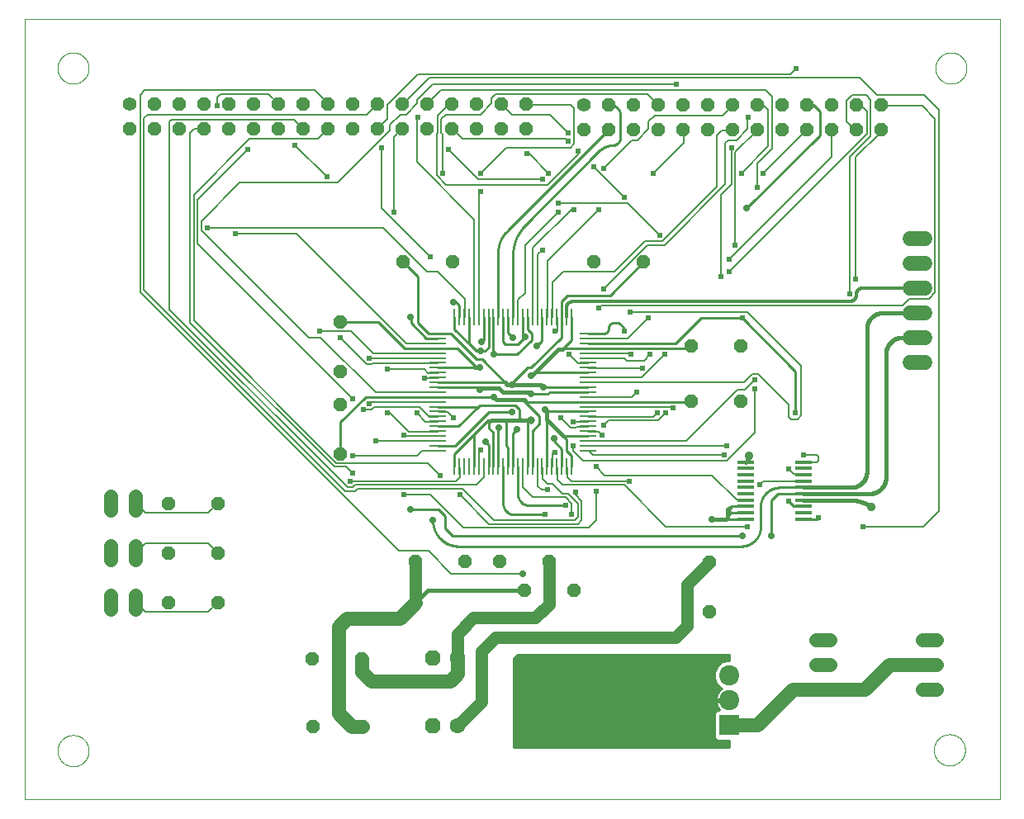
<source format=gtl>
G75*
%MOIN*%
%OFA0B0*%
%FSLAX25Y25*%
%IPPOS*%
%LPD*%
%AMOC8*
5,1,8,0,0,1.08239X$1,22.5*
%
%ADD10C,0.00000*%
%ADD11OC8,0.05200*%
%ADD12OC8,0.06300*%
%ADD13C,0.06300*%
%ADD14C,0.05600*%
%ADD15OC8,0.05600*%
%ADD16R,0.07000X0.01100*%
%ADD17R,0.01100X0.07000*%
%ADD18R,0.07000X0.01600*%
%ADD19R,0.08100X0.08100*%
%ADD20C,0.08100*%
%ADD21C,0.06000*%
%ADD22C,0.05600*%
%ADD23C,0.00600*%
%ADD24C,0.02400*%
%ADD25C,0.01000*%
%ADD26C,0.02775*%
%ADD27C,0.03562*%
%ADD28C,0.01600*%
%ADD29C,0.01200*%
%ADD30C,0.03169*%
%ADD31C,0.05000*%
D10*
X0001000Y0001000D02*
X0001000Y0315961D01*
X0394701Y0315961D01*
X0394701Y0001000D01*
X0001000Y0001000D01*
X0014386Y0020685D02*
X0014388Y0020843D01*
X0014394Y0021001D01*
X0014404Y0021159D01*
X0014418Y0021317D01*
X0014436Y0021474D01*
X0014457Y0021631D01*
X0014483Y0021787D01*
X0014513Y0021943D01*
X0014546Y0022098D01*
X0014584Y0022251D01*
X0014625Y0022404D01*
X0014670Y0022556D01*
X0014719Y0022707D01*
X0014772Y0022856D01*
X0014828Y0023004D01*
X0014888Y0023150D01*
X0014952Y0023295D01*
X0015020Y0023438D01*
X0015091Y0023580D01*
X0015165Y0023720D01*
X0015243Y0023857D01*
X0015325Y0023993D01*
X0015409Y0024127D01*
X0015498Y0024258D01*
X0015589Y0024387D01*
X0015684Y0024514D01*
X0015781Y0024639D01*
X0015882Y0024761D01*
X0015986Y0024880D01*
X0016093Y0024997D01*
X0016203Y0025111D01*
X0016316Y0025222D01*
X0016431Y0025331D01*
X0016549Y0025436D01*
X0016670Y0025538D01*
X0016793Y0025638D01*
X0016919Y0025734D01*
X0017047Y0025827D01*
X0017177Y0025917D01*
X0017310Y0026003D01*
X0017445Y0026087D01*
X0017581Y0026166D01*
X0017720Y0026243D01*
X0017861Y0026315D01*
X0018003Y0026385D01*
X0018147Y0026450D01*
X0018293Y0026512D01*
X0018440Y0026570D01*
X0018589Y0026625D01*
X0018739Y0026676D01*
X0018890Y0026723D01*
X0019042Y0026766D01*
X0019195Y0026805D01*
X0019350Y0026841D01*
X0019505Y0026872D01*
X0019661Y0026900D01*
X0019817Y0026924D01*
X0019974Y0026944D01*
X0020132Y0026960D01*
X0020289Y0026972D01*
X0020448Y0026980D01*
X0020606Y0026984D01*
X0020764Y0026984D01*
X0020922Y0026980D01*
X0021081Y0026972D01*
X0021238Y0026960D01*
X0021396Y0026944D01*
X0021553Y0026924D01*
X0021709Y0026900D01*
X0021865Y0026872D01*
X0022020Y0026841D01*
X0022175Y0026805D01*
X0022328Y0026766D01*
X0022480Y0026723D01*
X0022631Y0026676D01*
X0022781Y0026625D01*
X0022930Y0026570D01*
X0023077Y0026512D01*
X0023223Y0026450D01*
X0023367Y0026385D01*
X0023509Y0026315D01*
X0023650Y0026243D01*
X0023789Y0026166D01*
X0023925Y0026087D01*
X0024060Y0026003D01*
X0024193Y0025917D01*
X0024323Y0025827D01*
X0024451Y0025734D01*
X0024577Y0025638D01*
X0024700Y0025538D01*
X0024821Y0025436D01*
X0024939Y0025331D01*
X0025054Y0025222D01*
X0025167Y0025111D01*
X0025277Y0024997D01*
X0025384Y0024880D01*
X0025488Y0024761D01*
X0025589Y0024639D01*
X0025686Y0024514D01*
X0025781Y0024387D01*
X0025872Y0024258D01*
X0025961Y0024127D01*
X0026045Y0023993D01*
X0026127Y0023857D01*
X0026205Y0023720D01*
X0026279Y0023580D01*
X0026350Y0023438D01*
X0026418Y0023295D01*
X0026482Y0023150D01*
X0026542Y0023004D01*
X0026598Y0022856D01*
X0026651Y0022707D01*
X0026700Y0022556D01*
X0026745Y0022404D01*
X0026786Y0022251D01*
X0026824Y0022098D01*
X0026857Y0021943D01*
X0026887Y0021787D01*
X0026913Y0021631D01*
X0026934Y0021474D01*
X0026952Y0021317D01*
X0026966Y0021159D01*
X0026976Y0021001D01*
X0026982Y0020843D01*
X0026984Y0020685D01*
X0026982Y0020527D01*
X0026976Y0020369D01*
X0026966Y0020211D01*
X0026952Y0020053D01*
X0026934Y0019896D01*
X0026913Y0019739D01*
X0026887Y0019583D01*
X0026857Y0019427D01*
X0026824Y0019272D01*
X0026786Y0019119D01*
X0026745Y0018966D01*
X0026700Y0018814D01*
X0026651Y0018663D01*
X0026598Y0018514D01*
X0026542Y0018366D01*
X0026482Y0018220D01*
X0026418Y0018075D01*
X0026350Y0017932D01*
X0026279Y0017790D01*
X0026205Y0017650D01*
X0026127Y0017513D01*
X0026045Y0017377D01*
X0025961Y0017243D01*
X0025872Y0017112D01*
X0025781Y0016983D01*
X0025686Y0016856D01*
X0025589Y0016731D01*
X0025488Y0016609D01*
X0025384Y0016490D01*
X0025277Y0016373D01*
X0025167Y0016259D01*
X0025054Y0016148D01*
X0024939Y0016039D01*
X0024821Y0015934D01*
X0024700Y0015832D01*
X0024577Y0015732D01*
X0024451Y0015636D01*
X0024323Y0015543D01*
X0024193Y0015453D01*
X0024060Y0015367D01*
X0023925Y0015283D01*
X0023789Y0015204D01*
X0023650Y0015127D01*
X0023509Y0015055D01*
X0023367Y0014985D01*
X0023223Y0014920D01*
X0023077Y0014858D01*
X0022930Y0014800D01*
X0022781Y0014745D01*
X0022631Y0014694D01*
X0022480Y0014647D01*
X0022328Y0014604D01*
X0022175Y0014565D01*
X0022020Y0014529D01*
X0021865Y0014498D01*
X0021709Y0014470D01*
X0021553Y0014446D01*
X0021396Y0014426D01*
X0021238Y0014410D01*
X0021081Y0014398D01*
X0020922Y0014390D01*
X0020764Y0014386D01*
X0020606Y0014386D01*
X0020448Y0014390D01*
X0020289Y0014398D01*
X0020132Y0014410D01*
X0019974Y0014426D01*
X0019817Y0014446D01*
X0019661Y0014470D01*
X0019505Y0014498D01*
X0019350Y0014529D01*
X0019195Y0014565D01*
X0019042Y0014604D01*
X0018890Y0014647D01*
X0018739Y0014694D01*
X0018589Y0014745D01*
X0018440Y0014800D01*
X0018293Y0014858D01*
X0018147Y0014920D01*
X0018003Y0014985D01*
X0017861Y0015055D01*
X0017720Y0015127D01*
X0017581Y0015204D01*
X0017445Y0015283D01*
X0017310Y0015367D01*
X0017177Y0015453D01*
X0017047Y0015543D01*
X0016919Y0015636D01*
X0016793Y0015732D01*
X0016670Y0015832D01*
X0016549Y0015934D01*
X0016431Y0016039D01*
X0016316Y0016148D01*
X0016203Y0016259D01*
X0016093Y0016373D01*
X0015986Y0016490D01*
X0015882Y0016609D01*
X0015781Y0016731D01*
X0015684Y0016856D01*
X0015589Y0016983D01*
X0015498Y0017112D01*
X0015409Y0017243D01*
X0015325Y0017377D01*
X0015243Y0017513D01*
X0015165Y0017650D01*
X0015091Y0017790D01*
X0015020Y0017932D01*
X0014952Y0018075D01*
X0014888Y0018220D01*
X0014828Y0018366D01*
X0014772Y0018514D01*
X0014719Y0018663D01*
X0014670Y0018814D01*
X0014625Y0018966D01*
X0014584Y0019119D01*
X0014546Y0019272D01*
X0014513Y0019427D01*
X0014483Y0019583D01*
X0014457Y0019739D01*
X0014436Y0019896D01*
X0014418Y0020053D01*
X0014404Y0020211D01*
X0014394Y0020369D01*
X0014388Y0020527D01*
X0014386Y0020685D01*
X0014386Y0296276D02*
X0014388Y0296434D01*
X0014394Y0296592D01*
X0014404Y0296750D01*
X0014418Y0296908D01*
X0014436Y0297065D01*
X0014457Y0297222D01*
X0014483Y0297378D01*
X0014513Y0297534D01*
X0014546Y0297689D01*
X0014584Y0297842D01*
X0014625Y0297995D01*
X0014670Y0298147D01*
X0014719Y0298298D01*
X0014772Y0298447D01*
X0014828Y0298595D01*
X0014888Y0298741D01*
X0014952Y0298886D01*
X0015020Y0299029D01*
X0015091Y0299171D01*
X0015165Y0299311D01*
X0015243Y0299448D01*
X0015325Y0299584D01*
X0015409Y0299718D01*
X0015498Y0299849D01*
X0015589Y0299978D01*
X0015684Y0300105D01*
X0015781Y0300230D01*
X0015882Y0300352D01*
X0015986Y0300471D01*
X0016093Y0300588D01*
X0016203Y0300702D01*
X0016316Y0300813D01*
X0016431Y0300922D01*
X0016549Y0301027D01*
X0016670Y0301129D01*
X0016793Y0301229D01*
X0016919Y0301325D01*
X0017047Y0301418D01*
X0017177Y0301508D01*
X0017310Y0301594D01*
X0017445Y0301678D01*
X0017581Y0301757D01*
X0017720Y0301834D01*
X0017861Y0301906D01*
X0018003Y0301976D01*
X0018147Y0302041D01*
X0018293Y0302103D01*
X0018440Y0302161D01*
X0018589Y0302216D01*
X0018739Y0302267D01*
X0018890Y0302314D01*
X0019042Y0302357D01*
X0019195Y0302396D01*
X0019350Y0302432D01*
X0019505Y0302463D01*
X0019661Y0302491D01*
X0019817Y0302515D01*
X0019974Y0302535D01*
X0020132Y0302551D01*
X0020289Y0302563D01*
X0020448Y0302571D01*
X0020606Y0302575D01*
X0020764Y0302575D01*
X0020922Y0302571D01*
X0021081Y0302563D01*
X0021238Y0302551D01*
X0021396Y0302535D01*
X0021553Y0302515D01*
X0021709Y0302491D01*
X0021865Y0302463D01*
X0022020Y0302432D01*
X0022175Y0302396D01*
X0022328Y0302357D01*
X0022480Y0302314D01*
X0022631Y0302267D01*
X0022781Y0302216D01*
X0022930Y0302161D01*
X0023077Y0302103D01*
X0023223Y0302041D01*
X0023367Y0301976D01*
X0023509Y0301906D01*
X0023650Y0301834D01*
X0023789Y0301757D01*
X0023925Y0301678D01*
X0024060Y0301594D01*
X0024193Y0301508D01*
X0024323Y0301418D01*
X0024451Y0301325D01*
X0024577Y0301229D01*
X0024700Y0301129D01*
X0024821Y0301027D01*
X0024939Y0300922D01*
X0025054Y0300813D01*
X0025167Y0300702D01*
X0025277Y0300588D01*
X0025384Y0300471D01*
X0025488Y0300352D01*
X0025589Y0300230D01*
X0025686Y0300105D01*
X0025781Y0299978D01*
X0025872Y0299849D01*
X0025961Y0299718D01*
X0026045Y0299584D01*
X0026127Y0299448D01*
X0026205Y0299311D01*
X0026279Y0299171D01*
X0026350Y0299029D01*
X0026418Y0298886D01*
X0026482Y0298741D01*
X0026542Y0298595D01*
X0026598Y0298447D01*
X0026651Y0298298D01*
X0026700Y0298147D01*
X0026745Y0297995D01*
X0026786Y0297842D01*
X0026824Y0297689D01*
X0026857Y0297534D01*
X0026887Y0297378D01*
X0026913Y0297222D01*
X0026934Y0297065D01*
X0026952Y0296908D01*
X0026966Y0296750D01*
X0026976Y0296592D01*
X0026982Y0296434D01*
X0026984Y0296276D01*
X0026982Y0296118D01*
X0026976Y0295960D01*
X0026966Y0295802D01*
X0026952Y0295644D01*
X0026934Y0295487D01*
X0026913Y0295330D01*
X0026887Y0295174D01*
X0026857Y0295018D01*
X0026824Y0294863D01*
X0026786Y0294710D01*
X0026745Y0294557D01*
X0026700Y0294405D01*
X0026651Y0294254D01*
X0026598Y0294105D01*
X0026542Y0293957D01*
X0026482Y0293811D01*
X0026418Y0293666D01*
X0026350Y0293523D01*
X0026279Y0293381D01*
X0026205Y0293241D01*
X0026127Y0293104D01*
X0026045Y0292968D01*
X0025961Y0292834D01*
X0025872Y0292703D01*
X0025781Y0292574D01*
X0025686Y0292447D01*
X0025589Y0292322D01*
X0025488Y0292200D01*
X0025384Y0292081D01*
X0025277Y0291964D01*
X0025167Y0291850D01*
X0025054Y0291739D01*
X0024939Y0291630D01*
X0024821Y0291525D01*
X0024700Y0291423D01*
X0024577Y0291323D01*
X0024451Y0291227D01*
X0024323Y0291134D01*
X0024193Y0291044D01*
X0024060Y0290958D01*
X0023925Y0290874D01*
X0023789Y0290795D01*
X0023650Y0290718D01*
X0023509Y0290646D01*
X0023367Y0290576D01*
X0023223Y0290511D01*
X0023077Y0290449D01*
X0022930Y0290391D01*
X0022781Y0290336D01*
X0022631Y0290285D01*
X0022480Y0290238D01*
X0022328Y0290195D01*
X0022175Y0290156D01*
X0022020Y0290120D01*
X0021865Y0290089D01*
X0021709Y0290061D01*
X0021553Y0290037D01*
X0021396Y0290017D01*
X0021238Y0290001D01*
X0021081Y0289989D01*
X0020922Y0289981D01*
X0020764Y0289977D01*
X0020606Y0289977D01*
X0020448Y0289981D01*
X0020289Y0289989D01*
X0020132Y0290001D01*
X0019974Y0290017D01*
X0019817Y0290037D01*
X0019661Y0290061D01*
X0019505Y0290089D01*
X0019350Y0290120D01*
X0019195Y0290156D01*
X0019042Y0290195D01*
X0018890Y0290238D01*
X0018739Y0290285D01*
X0018589Y0290336D01*
X0018440Y0290391D01*
X0018293Y0290449D01*
X0018147Y0290511D01*
X0018003Y0290576D01*
X0017861Y0290646D01*
X0017720Y0290718D01*
X0017581Y0290795D01*
X0017445Y0290874D01*
X0017310Y0290958D01*
X0017177Y0291044D01*
X0017047Y0291134D01*
X0016919Y0291227D01*
X0016793Y0291323D01*
X0016670Y0291423D01*
X0016549Y0291525D01*
X0016431Y0291630D01*
X0016316Y0291739D01*
X0016203Y0291850D01*
X0016093Y0291964D01*
X0015986Y0292081D01*
X0015882Y0292200D01*
X0015781Y0292322D01*
X0015684Y0292447D01*
X0015589Y0292574D01*
X0015498Y0292703D01*
X0015409Y0292834D01*
X0015325Y0292968D01*
X0015243Y0293104D01*
X0015165Y0293241D01*
X0015091Y0293381D01*
X0015020Y0293523D01*
X0014952Y0293666D01*
X0014888Y0293811D01*
X0014828Y0293957D01*
X0014772Y0294105D01*
X0014719Y0294254D01*
X0014670Y0294405D01*
X0014625Y0294557D01*
X0014584Y0294710D01*
X0014546Y0294863D01*
X0014513Y0295018D01*
X0014483Y0295174D01*
X0014457Y0295330D01*
X0014436Y0295487D01*
X0014418Y0295644D01*
X0014404Y0295802D01*
X0014394Y0295960D01*
X0014388Y0296118D01*
X0014386Y0296276D01*
X0368717Y0296276D02*
X0368719Y0296434D01*
X0368725Y0296592D01*
X0368735Y0296750D01*
X0368749Y0296908D01*
X0368767Y0297065D01*
X0368788Y0297222D01*
X0368814Y0297378D01*
X0368844Y0297534D01*
X0368877Y0297689D01*
X0368915Y0297842D01*
X0368956Y0297995D01*
X0369001Y0298147D01*
X0369050Y0298298D01*
X0369103Y0298447D01*
X0369159Y0298595D01*
X0369219Y0298741D01*
X0369283Y0298886D01*
X0369351Y0299029D01*
X0369422Y0299171D01*
X0369496Y0299311D01*
X0369574Y0299448D01*
X0369656Y0299584D01*
X0369740Y0299718D01*
X0369829Y0299849D01*
X0369920Y0299978D01*
X0370015Y0300105D01*
X0370112Y0300230D01*
X0370213Y0300352D01*
X0370317Y0300471D01*
X0370424Y0300588D01*
X0370534Y0300702D01*
X0370647Y0300813D01*
X0370762Y0300922D01*
X0370880Y0301027D01*
X0371001Y0301129D01*
X0371124Y0301229D01*
X0371250Y0301325D01*
X0371378Y0301418D01*
X0371508Y0301508D01*
X0371641Y0301594D01*
X0371776Y0301678D01*
X0371912Y0301757D01*
X0372051Y0301834D01*
X0372192Y0301906D01*
X0372334Y0301976D01*
X0372478Y0302041D01*
X0372624Y0302103D01*
X0372771Y0302161D01*
X0372920Y0302216D01*
X0373070Y0302267D01*
X0373221Y0302314D01*
X0373373Y0302357D01*
X0373526Y0302396D01*
X0373681Y0302432D01*
X0373836Y0302463D01*
X0373992Y0302491D01*
X0374148Y0302515D01*
X0374305Y0302535D01*
X0374463Y0302551D01*
X0374620Y0302563D01*
X0374779Y0302571D01*
X0374937Y0302575D01*
X0375095Y0302575D01*
X0375253Y0302571D01*
X0375412Y0302563D01*
X0375569Y0302551D01*
X0375727Y0302535D01*
X0375884Y0302515D01*
X0376040Y0302491D01*
X0376196Y0302463D01*
X0376351Y0302432D01*
X0376506Y0302396D01*
X0376659Y0302357D01*
X0376811Y0302314D01*
X0376962Y0302267D01*
X0377112Y0302216D01*
X0377261Y0302161D01*
X0377408Y0302103D01*
X0377554Y0302041D01*
X0377698Y0301976D01*
X0377840Y0301906D01*
X0377981Y0301834D01*
X0378120Y0301757D01*
X0378256Y0301678D01*
X0378391Y0301594D01*
X0378524Y0301508D01*
X0378654Y0301418D01*
X0378782Y0301325D01*
X0378908Y0301229D01*
X0379031Y0301129D01*
X0379152Y0301027D01*
X0379270Y0300922D01*
X0379385Y0300813D01*
X0379498Y0300702D01*
X0379608Y0300588D01*
X0379715Y0300471D01*
X0379819Y0300352D01*
X0379920Y0300230D01*
X0380017Y0300105D01*
X0380112Y0299978D01*
X0380203Y0299849D01*
X0380292Y0299718D01*
X0380376Y0299584D01*
X0380458Y0299448D01*
X0380536Y0299311D01*
X0380610Y0299171D01*
X0380681Y0299029D01*
X0380749Y0298886D01*
X0380813Y0298741D01*
X0380873Y0298595D01*
X0380929Y0298447D01*
X0380982Y0298298D01*
X0381031Y0298147D01*
X0381076Y0297995D01*
X0381117Y0297842D01*
X0381155Y0297689D01*
X0381188Y0297534D01*
X0381218Y0297378D01*
X0381244Y0297222D01*
X0381265Y0297065D01*
X0381283Y0296908D01*
X0381297Y0296750D01*
X0381307Y0296592D01*
X0381313Y0296434D01*
X0381315Y0296276D01*
X0381313Y0296118D01*
X0381307Y0295960D01*
X0381297Y0295802D01*
X0381283Y0295644D01*
X0381265Y0295487D01*
X0381244Y0295330D01*
X0381218Y0295174D01*
X0381188Y0295018D01*
X0381155Y0294863D01*
X0381117Y0294710D01*
X0381076Y0294557D01*
X0381031Y0294405D01*
X0380982Y0294254D01*
X0380929Y0294105D01*
X0380873Y0293957D01*
X0380813Y0293811D01*
X0380749Y0293666D01*
X0380681Y0293523D01*
X0380610Y0293381D01*
X0380536Y0293241D01*
X0380458Y0293104D01*
X0380376Y0292968D01*
X0380292Y0292834D01*
X0380203Y0292703D01*
X0380112Y0292574D01*
X0380017Y0292447D01*
X0379920Y0292322D01*
X0379819Y0292200D01*
X0379715Y0292081D01*
X0379608Y0291964D01*
X0379498Y0291850D01*
X0379385Y0291739D01*
X0379270Y0291630D01*
X0379152Y0291525D01*
X0379031Y0291423D01*
X0378908Y0291323D01*
X0378782Y0291227D01*
X0378654Y0291134D01*
X0378524Y0291044D01*
X0378391Y0290958D01*
X0378256Y0290874D01*
X0378120Y0290795D01*
X0377981Y0290718D01*
X0377840Y0290646D01*
X0377698Y0290576D01*
X0377554Y0290511D01*
X0377408Y0290449D01*
X0377261Y0290391D01*
X0377112Y0290336D01*
X0376962Y0290285D01*
X0376811Y0290238D01*
X0376659Y0290195D01*
X0376506Y0290156D01*
X0376351Y0290120D01*
X0376196Y0290089D01*
X0376040Y0290061D01*
X0375884Y0290037D01*
X0375727Y0290017D01*
X0375569Y0290001D01*
X0375412Y0289989D01*
X0375253Y0289981D01*
X0375095Y0289977D01*
X0374937Y0289977D01*
X0374779Y0289981D01*
X0374620Y0289989D01*
X0374463Y0290001D01*
X0374305Y0290017D01*
X0374148Y0290037D01*
X0373992Y0290061D01*
X0373836Y0290089D01*
X0373681Y0290120D01*
X0373526Y0290156D01*
X0373373Y0290195D01*
X0373221Y0290238D01*
X0373070Y0290285D01*
X0372920Y0290336D01*
X0372771Y0290391D01*
X0372624Y0290449D01*
X0372478Y0290511D01*
X0372334Y0290576D01*
X0372192Y0290646D01*
X0372051Y0290718D01*
X0371912Y0290795D01*
X0371776Y0290874D01*
X0371641Y0290958D01*
X0371508Y0291044D01*
X0371378Y0291134D01*
X0371250Y0291227D01*
X0371124Y0291323D01*
X0371001Y0291423D01*
X0370880Y0291525D01*
X0370762Y0291630D01*
X0370647Y0291739D01*
X0370534Y0291850D01*
X0370424Y0291964D01*
X0370317Y0292081D01*
X0370213Y0292200D01*
X0370112Y0292322D01*
X0370015Y0292447D01*
X0369920Y0292574D01*
X0369829Y0292703D01*
X0369740Y0292834D01*
X0369656Y0292968D01*
X0369574Y0293104D01*
X0369496Y0293241D01*
X0369422Y0293381D01*
X0369351Y0293523D01*
X0369283Y0293666D01*
X0369219Y0293811D01*
X0369159Y0293957D01*
X0369103Y0294105D01*
X0369050Y0294254D01*
X0369001Y0294405D01*
X0368956Y0294557D01*
X0368915Y0294710D01*
X0368877Y0294863D01*
X0368844Y0295018D01*
X0368814Y0295174D01*
X0368788Y0295330D01*
X0368767Y0295487D01*
X0368749Y0295644D01*
X0368735Y0295802D01*
X0368725Y0295960D01*
X0368719Y0296118D01*
X0368717Y0296276D01*
X0368115Y0021008D02*
X0368117Y0021166D01*
X0368123Y0021324D01*
X0368133Y0021482D01*
X0368147Y0021640D01*
X0368165Y0021797D01*
X0368186Y0021954D01*
X0368212Y0022110D01*
X0368242Y0022266D01*
X0368275Y0022421D01*
X0368313Y0022574D01*
X0368354Y0022727D01*
X0368399Y0022879D01*
X0368448Y0023030D01*
X0368501Y0023179D01*
X0368557Y0023327D01*
X0368617Y0023473D01*
X0368681Y0023618D01*
X0368749Y0023761D01*
X0368820Y0023903D01*
X0368894Y0024043D01*
X0368972Y0024180D01*
X0369054Y0024316D01*
X0369138Y0024450D01*
X0369227Y0024581D01*
X0369318Y0024710D01*
X0369413Y0024837D01*
X0369510Y0024962D01*
X0369611Y0025084D01*
X0369715Y0025203D01*
X0369822Y0025320D01*
X0369932Y0025434D01*
X0370045Y0025545D01*
X0370160Y0025654D01*
X0370278Y0025759D01*
X0370399Y0025861D01*
X0370522Y0025961D01*
X0370648Y0026057D01*
X0370776Y0026150D01*
X0370906Y0026240D01*
X0371039Y0026326D01*
X0371174Y0026410D01*
X0371310Y0026489D01*
X0371449Y0026566D01*
X0371590Y0026638D01*
X0371732Y0026708D01*
X0371876Y0026773D01*
X0372022Y0026835D01*
X0372169Y0026893D01*
X0372318Y0026948D01*
X0372468Y0026999D01*
X0372619Y0027046D01*
X0372771Y0027089D01*
X0372924Y0027128D01*
X0373079Y0027164D01*
X0373234Y0027195D01*
X0373390Y0027223D01*
X0373546Y0027247D01*
X0373703Y0027267D01*
X0373861Y0027283D01*
X0374018Y0027295D01*
X0374177Y0027303D01*
X0374335Y0027307D01*
X0374493Y0027307D01*
X0374651Y0027303D01*
X0374810Y0027295D01*
X0374967Y0027283D01*
X0375125Y0027267D01*
X0375282Y0027247D01*
X0375438Y0027223D01*
X0375594Y0027195D01*
X0375749Y0027164D01*
X0375904Y0027128D01*
X0376057Y0027089D01*
X0376209Y0027046D01*
X0376360Y0026999D01*
X0376510Y0026948D01*
X0376659Y0026893D01*
X0376806Y0026835D01*
X0376952Y0026773D01*
X0377096Y0026708D01*
X0377238Y0026638D01*
X0377379Y0026566D01*
X0377518Y0026489D01*
X0377654Y0026410D01*
X0377789Y0026326D01*
X0377922Y0026240D01*
X0378052Y0026150D01*
X0378180Y0026057D01*
X0378306Y0025961D01*
X0378429Y0025861D01*
X0378550Y0025759D01*
X0378668Y0025654D01*
X0378783Y0025545D01*
X0378896Y0025434D01*
X0379006Y0025320D01*
X0379113Y0025203D01*
X0379217Y0025084D01*
X0379318Y0024962D01*
X0379415Y0024837D01*
X0379510Y0024710D01*
X0379601Y0024581D01*
X0379690Y0024450D01*
X0379774Y0024316D01*
X0379856Y0024180D01*
X0379934Y0024043D01*
X0380008Y0023903D01*
X0380079Y0023761D01*
X0380147Y0023618D01*
X0380211Y0023473D01*
X0380271Y0023327D01*
X0380327Y0023179D01*
X0380380Y0023030D01*
X0380429Y0022879D01*
X0380474Y0022727D01*
X0380515Y0022574D01*
X0380553Y0022421D01*
X0380586Y0022266D01*
X0380616Y0022110D01*
X0380642Y0021954D01*
X0380663Y0021797D01*
X0380681Y0021640D01*
X0380695Y0021482D01*
X0380705Y0021324D01*
X0380711Y0021166D01*
X0380713Y0021008D01*
X0380711Y0020850D01*
X0380705Y0020692D01*
X0380695Y0020534D01*
X0380681Y0020376D01*
X0380663Y0020219D01*
X0380642Y0020062D01*
X0380616Y0019906D01*
X0380586Y0019750D01*
X0380553Y0019595D01*
X0380515Y0019442D01*
X0380474Y0019289D01*
X0380429Y0019137D01*
X0380380Y0018986D01*
X0380327Y0018837D01*
X0380271Y0018689D01*
X0380211Y0018543D01*
X0380147Y0018398D01*
X0380079Y0018255D01*
X0380008Y0018113D01*
X0379934Y0017973D01*
X0379856Y0017836D01*
X0379774Y0017700D01*
X0379690Y0017566D01*
X0379601Y0017435D01*
X0379510Y0017306D01*
X0379415Y0017179D01*
X0379318Y0017054D01*
X0379217Y0016932D01*
X0379113Y0016813D01*
X0379006Y0016696D01*
X0378896Y0016582D01*
X0378783Y0016471D01*
X0378668Y0016362D01*
X0378550Y0016257D01*
X0378429Y0016155D01*
X0378306Y0016055D01*
X0378180Y0015959D01*
X0378052Y0015866D01*
X0377922Y0015776D01*
X0377789Y0015690D01*
X0377654Y0015606D01*
X0377518Y0015527D01*
X0377379Y0015450D01*
X0377238Y0015378D01*
X0377096Y0015308D01*
X0376952Y0015243D01*
X0376806Y0015181D01*
X0376659Y0015123D01*
X0376510Y0015068D01*
X0376360Y0015017D01*
X0376209Y0014970D01*
X0376057Y0014927D01*
X0375904Y0014888D01*
X0375749Y0014852D01*
X0375594Y0014821D01*
X0375438Y0014793D01*
X0375282Y0014769D01*
X0375125Y0014749D01*
X0374967Y0014733D01*
X0374810Y0014721D01*
X0374651Y0014713D01*
X0374493Y0014709D01*
X0374335Y0014709D01*
X0374177Y0014713D01*
X0374018Y0014721D01*
X0373861Y0014733D01*
X0373703Y0014749D01*
X0373546Y0014769D01*
X0373390Y0014793D01*
X0373234Y0014821D01*
X0373079Y0014852D01*
X0372924Y0014888D01*
X0372771Y0014927D01*
X0372619Y0014970D01*
X0372468Y0015017D01*
X0372318Y0015068D01*
X0372169Y0015123D01*
X0372022Y0015181D01*
X0371876Y0015243D01*
X0371732Y0015308D01*
X0371590Y0015378D01*
X0371449Y0015450D01*
X0371310Y0015527D01*
X0371174Y0015606D01*
X0371039Y0015690D01*
X0370906Y0015776D01*
X0370776Y0015866D01*
X0370648Y0015959D01*
X0370522Y0016055D01*
X0370399Y0016155D01*
X0370278Y0016257D01*
X0370160Y0016362D01*
X0370045Y0016471D01*
X0369932Y0016582D01*
X0369822Y0016696D01*
X0369715Y0016813D01*
X0369611Y0016932D01*
X0369510Y0017054D01*
X0369413Y0017179D01*
X0369318Y0017306D01*
X0369227Y0017435D01*
X0369138Y0017566D01*
X0369054Y0017700D01*
X0368972Y0017836D01*
X0368894Y0017973D01*
X0368820Y0018113D01*
X0368749Y0018255D01*
X0368681Y0018398D01*
X0368617Y0018543D01*
X0368557Y0018689D01*
X0368501Y0018837D01*
X0368448Y0018986D01*
X0368399Y0019137D01*
X0368354Y0019289D01*
X0368313Y0019442D01*
X0368275Y0019595D01*
X0368242Y0019750D01*
X0368212Y0019906D01*
X0368186Y0020062D01*
X0368165Y0020219D01*
X0368147Y0020376D01*
X0368133Y0020534D01*
X0368123Y0020692D01*
X0368117Y0020850D01*
X0368115Y0021008D01*
D11*
X0277566Y0076696D03*
X0277566Y0096696D03*
X0222944Y0085586D03*
X0212662Y0097064D03*
X0202944Y0085586D03*
X0192662Y0097064D03*
X0178761Y0097123D03*
X0158761Y0097123D03*
X0137297Y0057664D03*
X0117297Y0057664D03*
X0117510Y0030440D03*
X0137510Y0030440D03*
X0079199Y0080504D03*
X0079199Y0100504D03*
X0059199Y0100504D03*
X0059199Y0080504D03*
X0059199Y0120504D03*
X0079199Y0120504D03*
X0128571Y0140608D03*
X0128571Y0160608D03*
X0128585Y0173882D03*
X0128585Y0193882D03*
X0153884Y0218035D03*
X0173884Y0218035D03*
X0230882Y0218030D03*
X0250882Y0218030D03*
X0270141Y0183961D03*
X0290141Y0183961D03*
X0290111Y0161877D03*
X0270111Y0161877D03*
D12*
X0165757Y0057994D03*
X0165891Y0030636D03*
D13*
X0175891Y0030636D03*
X0175757Y0057994D03*
D14*
X0226942Y0281463D03*
X0043572Y0281692D03*
D15*
X0053572Y0281692D03*
X0063572Y0281692D03*
X0073572Y0281692D03*
X0083572Y0281692D03*
X0093572Y0281692D03*
X0103572Y0281692D03*
X0113572Y0281692D03*
X0123572Y0281692D03*
X0133572Y0281692D03*
X0143572Y0281692D03*
X0153572Y0281692D03*
X0163572Y0281692D03*
X0173572Y0281692D03*
X0183572Y0281692D03*
X0193572Y0281692D03*
X0203572Y0281692D03*
X0203572Y0271692D03*
X0193572Y0271692D03*
X0183572Y0271692D03*
X0173572Y0271692D03*
X0163572Y0271692D03*
X0153572Y0271692D03*
X0143572Y0271692D03*
X0133572Y0271692D03*
X0123572Y0271692D03*
X0113572Y0271692D03*
X0103572Y0271692D03*
X0093572Y0271692D03*
X0083572Y0271692D03*
X0073572Y0271692D03*
X0063572Y0271692D03*
X0053572Y0271692D03*
X0043572Y0271692D03*
X0226942Y0271463D03*
X0236942Y0271463D03*
X0236942Y0281463D03*
X0246942Y0281463D03*
X0256942Y0281463D03*
X0256942Y0271463D03*
X0246942Y0271463D03*
X0266942Y0271463D03*
X0276942Y0271463D03*
X0276942Y0281463D03*
X0266942Y0281463D03*
X0286942Y0281463D03*
X0286942Y0271463D03*
X0296942Y0271463D03*
X0306942Y0271463D03*
X0306942Y0281463D03*
X0296942Y0281463D03*
X0316942Y0281463D03*
X0326942Y0281463D03*
X0326942Y0271463D03*
X0316942Y0271463D03*
X0336942Y0271463D03*
X0346942Y0271463D03*
X0346942Y0281463D03*
X0336942Y0281463D03*
D16*
X0228371Y0189123D03*
X0228371Y0187155D03*
X0228371Y0185186D03*
X0228371Y0183218D03*
X0228371Y0181249D03*
X0228371Y0179281D03*
X0228371Y0177312D03*
X0228371Y0175344D03*
X0228371Y0173375D03*
X0228371Y0171407D03*
X0228371Y0169438D03*
X0228371Y0167470D03*
X0228371Y0165501D03*
X0228371Y0163533D03*
X0228371Y0161564D03*
X0228371Y0159596D03*
X0228371Y0157627D03*
X0228371Y0155659D03*
X0228371Y0153690D03*
X0228371Y0151721D03*
X0228371Y0149753D03*
X0228371Y0147784D03*
X0228371Y0145816D03*
X0228371Y0143847D03*
X0228371Y0141879D03*
X0167971Y0141879D03*
X0167971Y0143847D03*
X0167971Y0145816D03*
X0167971Y0147784D03*
X0167971Y0149753D03*
X0167971Y0151721D03*
X0167971Y0153690D03*
X0167971Y0155659D03*
X0167971Y0157627D03*
X0167971Y0159596D03*
X0167971Y0161564D03*
X0167971Y0163533D03*
X0167971Y0165501D03*
X0167971Y0167470D03*
X0167971Y0169438D03*
X0167971Y0171407D03*
X0167971Y0173375D03*
X0167971Y0175344D03*
X0167971Y0177312D03*
X0167971Y0179281D03*
X0167971Y0181249D03*
X0167971Y0183218D03*
X0167971Y0185186D03*
X0167971Y0187155D03*
X0167971Y0189123D03*
D17*
X0174549Y0195701D03*
X0176518Y0195701D03*
X0178486Y0195701D03*
X0180455Y0195701D03*
X0182423Y0195701D03*
X0184392Y0195701D03*
X0186360Y0195701D03*
X0188329Y0195701D03*
X0190297Y0195701D03*
X0192266Y0195701D03*
X0194234Y0195701D03*
X0196203Y0195701D03*
X0198171Y0195701D03*
X0200140Y0195701D03*
X0202108Y0195701D03*
X0204077Y0195701D03*
X0206045Y0195701D03*
X0208014Y0195701D03*
X0209982Y0195701D03*
X0211951Y0195701D03*
X0213919Y0195701D03*
X0215888Y0195701D03*
X0217856Y0195701D03*
X0219825Y0195701D03*
X0221793Y0195701D03*
X0221793Y0135301D03*
X0219825Y0135301D03*
X0217856Y0135301D03*
X0215888Y0135301D03*
X0213919Y0135301D03*
X0211951Y0135301D03*
X0209982Y0135301D03*
X0208014Y0135301D03*
X0206045Y0135301D03*
X0204077Y0135301D03*
X0202108Y0135301D03*
X0200140Y0135301D03*
X0198171Y0135301D03*
X0196203Y0135301D03*
X0194234Y0135301D03*
X0192266Y0135301D03*
X0190297Y0135301D03*
X0188329Y0135301D03*
X0186360Y0135301D03*
X0184392Y0135301D03*
X0182423Y0135301D03*
X0180455Y0135301D03*
X0178486Y0135301D03*
X0176518Y0135301D03*
X0174549Y0135301D03*
D18*
X0292143Y0134673D03*
X0292143Y0137233D03*
X0292143Y0132113D03*
X0292143Y0129553D03*
X0292143Y0126993D03*
X0292143Y0124433D03*
X0292143Y0121873D03*
X0292143Y0119313D03*
X0292143Y0116753D03*
X0292143Y0114193D03*
X0315543Y0114193D03*
X0315543Y0116753D03*
X0315543Y0119313D03*
X0315543Y0121873D03*
X0315543Y0124433D03*
X0315543Y0126993D03*
X0315543Y0129553D03*
X0315543Y0132113D03*
X0315543Y0134673D03*
X0315543Y0137233D03*
D19*
X0285558Y0031089D03*
D20*
X0285558Y0041089D03*
X0285558Y0051089D03*
D21*
X0358440Y0177527D02*
X0364440Y0177527D01*
X0364440Y0187527D02*
X0358440Y0187527D01*
X0358440Y0197527D02*
X0364440Y0197527D01*
X0364440Y0207527D02*
X0358440Y0207527D01*
X0358440Y0217527D02*
X0364440Y0217527D01*
X0364440Y0227527D02*
X0358440Y0227527D01*
D22*
X0158761Y0080473D02*
X0152383Y0074095D01*
X0131029Y0074095D01*
X0127802Y0070868D01*
X0127802Y0035649D01*
X0133011Y0030440D01*
X0137510Y0030440D01*
X0141037Y0048773D02*
X0137297Y0052514D01*
X0137297Y0057664D01*
X0141037Y0048773D02*
X0172655Y0048773D01*
X0175757Y0051875D01*
X0175757Y0057994D01*
X0285558Y0031089D02*
X0296838Y0031089D01*
X0311186Y0045437D01*
X0323444Y0045437D01*
X0340020Y0045437D01*
X0350028Y0055445D01*
X0366393Y0055445D01*
X0369193Y0055445D02*
X0363593Y0055445D01*
X0363593Y0065445D02*
X0369193Y0065445D01*
X0369193Y0045445D02*
X0363593Y0045445D01*
X0326244Y0045437D02*
X0320644Y0045437D01*
X0320644Y0055437D02*
X0326244Y0055437D01*
X0326244Y0065437D02*
X0320644Y0065437D01*
X0045964Y0077760D02*
X0045964Y0083360D01*
X0035964Y0083360D02*
X0035964Y0077760D01*
X0035964Y0097760D02*
X0035964Y0103360D01*
X0045964Y0103360D02*
X0045964Y0097760D01*
X0045964Y0117760D02*
X0045964Y0123360D01*
X0035964Y0123360D02*
X0035964Y0117760D01*
D23*
X0045964Y0120560D02*
X0046237Y0120095D01*
X0049682Y0116650D01*
X0075311Y0116650D01*
X0078756Y0120094D01*
X0079199Y0120504D01*
X0075311Y0104346D02*
X0078756Y0100902D01*
X0079199Y0100504D01*
X0075311Y0104346D02*
X0049682Y0104347D01*
X0046237Y0100902D01*
X0045964Y0100560D01*
X0045964Y0080560D02*
X0046237Y0080233D01*
X0049682Y0076788D01*
X0075311Y0076787D01*
X0078756Y0080232D01*
X0079199Y0080504D01*
X0130429Y0125508D02*
X0049228Y0206709D01*
X0049228Y0276003D01*
X0050800Y0277575D01*
X0139287Y0277575D01*
X0143224Y0281512D01*
X0143572Y0281692D01*
X0147654Y0281512D02*
X0147654Y0275800D01*
X0143572Y0271718D01*
X0143572Y0271692D01*
X0148530Y0271070D02*
X0148530Y0273305D01*
X0152800Y0277575D01*
X0155035Y0277575D01*
X0159465Y0282004D01*
X0159465Y0283600D01*
X0165743Y0289878D01*
X0264287Y0289878D01*
X0256906Y0281512D02*
X0256942Y0281463D01*
X0256906Y0281512D02*
X0252476Y0285941D01*
X0191225Y0285941D01*
X0189484Y0284200D01*
X0189484Y0282004D01*
X0185055Y0277575D01*
X0171082Y0277575D01*
X0169307Y0275800D01*
X0169307Y0270193D01*
X0169799Y0269701D01*
X0169799Y0253953D01*
X0167339Y0252969D02*
X0167339Y0269701D01*
X0167831Y0270193D01*
X0167831Y0277000D01*
X0172522Y0281692D01*
X0173572Y0281692D01*
X0169307Y0287417D02*
X0300056Y0287417D01*
X0302673Y0284800D01*
X0302673Y0263795D01*
X0296768Y0257890D01*
X0296768Y0248047D01*
X0299228Y0253953D02*
X0316453Y0271177D01*
X0316942Y0271463D01*
X0326787Y0271177D02*
X0326942Y0271463D01*
X0326787Y0271177D02*
X0326787Y0260350D01*
X0285449Y0219012D01*
X0287909Y0224917D02*
X0287909Y0262319D01*
X0296768Y0271177D01*
X0296942Y0271463D01*
X0292831Y0271669D02*
X0292831Y0276591D01*
X0293004Y0276599D01*
X0296942Y0281463D02*
X0299134Y0281463D01*
X0301197Y0279400D01*
X0301197Y0264780D01*
X0290370Y0253953D01*
X0286433Y0249524D02*
X0286433Y0264287D01*
X0283972Y0266200D02*
X0285013Y0267240D01*
X0288402Y0267240D01*
X0292831Y0271669D01*
X0286942Y0271463D02*
X0286925Y0271177D01*
X0282496Y0271177D01*
X0280528Y0269209D01*
X0280528Y0248539D01*
X0258382Y0226394D01*
X0251492Y0226394D01*
X0239189Y0214091D01*
X0218381Y0214091D01*
X0214091Y0209800D01*
X0214091Y0195882D01*
X0213919Y0195701D01*
X0212122Y0195882D02*
X0212122Y0218520D01*
X0232791Y0239189D01*
X0222949Y0239189D02*
X0221780Y0239189D01*
X0206217Y0223626D01*
X0206217Y0195882D01*
X0206045Y0195701D01*
X0208014Y0195701D02*
X0208185Y0195882D01*
X0208185Y0220980D01*
X0210154Y0222949D01*
X0203200Y0224854D02*
X0216551Y0238205D01*
X0216551Y0241650D02*
X0244602Y0241650D01*
X0257398Y0228854D01*
X0259366Y0224917D02*
X0252476Y0224917D01*
X0234760Y0207201D01*
X0233776Y0200311D02*
X0355331Y0200311D01*
X0358283Y0203264D01*
X0366157Y0203264D01*
X0368618Y0205724D01*
X0368618Y0275800D01*
X0363400Y0281018D01*
X0363400Y0281020D01*
X0346965Y0281020D01*
X0346942Y0281463D01*
X0342535Y0283600D02*
X0340687Y0285449D01*
X0335154Y0285449D01*
X0332693Y0282988D01*
X0332693Y0274776D01*
X0335800Y0271669D01*
X0336630Y0271669D01*
X0336942Y0271463D01*
X0341059Y0269701D02*
X0341059Y0278800D01*
X0338396Y0281463D01*
X0336942Y0281463D01*
X0342535Y0283600D02*
X0342535Y0268717D01*
X0334169Y0260350D01*
X0334169Y0205232D01*
X0336630Y0211138D02*
X0336630Y0260350D01*
X0346472Y0270193D01*
X0346472Y0271177D01*
X0346942Y0271463D01*
X0341059Y0269701D02*
X0285449Y0214091D01*
X0282004Y0212122D02*
X0282004Y0245094D01*
X0286433Y0249524D01*
X0283972Y0249524D02*
X0283972Y0266200D01*
X0282988Y0277083D02*
X0286925Y0281020D01*
X0286942Y0281463D01*
X0282988Y0277083D02*
X0255400Y0277083D01*
X0252969Y0274651D01*
X0252969Y0271669D01*
X0248539Y0267240D01*
X0246079Y0267240D01*
X0234760Y0255921D01*
X0230823Y0256413D02*
X0243126Y0244110D01*
X0254937Y0253953D02*
X0267240Y0266256D01*
X0267240Y0271177D01*
X0266942Y0271463D01*
X0283972Y0249524D02*
X0259366Y0224917D01*
X0233776Y0200311D02*
X0232791Y0199327D01*
X0228854Y0187024D02*
X0228371Y0187155D01*
X0228854Y0187024D02*
X0244602Y0187024D01*
X0252969Y0195390D01*
X0245587Y0197850D02*
X0292834Y0197850D01*
X0314484Y0176200D01*
X0314484Y0156020D01*
X0313008Y0154543D01*
X0310600Y0154543D01*
X0309563Y0155580D01*
X0309563Y0160449D01*
X0297260Y0172752D01*
X0294799Y0172752D01*
X0291485Y0169438D01*
X0228371Y0169438D01*
X0228371Y0171407D02*
X0250147Y0171407D01*
X0259366Y0180626D01*
X0253461Y0180626D02*
X0251000Y0178165D01*
X0244110Y0178165D01*
X0243126Y0179150D01*
X0228854Y0179150D01*
X0228371Y0179281D01*
X0228854Y0181118D02*
X0228371Y0181249D01*
X0228854Y0181118D02*
X0244602Y0181118D01*
X0245694Y0180626D01*
X0250508Y0175213D02*
X0228854Y0175213D01*
X0228371Y0175344D01*
X0228362Y0177181D02*
X0228371Y0177312D01*
X0228362Y0177181D02*
X0224425Y0177181D01*
X0220980Y0180626D01*
X0216059Y0189976D02*
X0215075Y0189976D01*
X0216059Y0189976D02*
X0216059Y0195390D01*
X0215888Y0195701D01*
X0212122Y0195882D02*
X0211951Y0195701D01*
X0200311Y0195882D02*
X0200311Y0202711D01*
X0203200Y0205600D01*
X0203200Y0224854D01*
X0182594Y0235252D02*
X0182594Y0195882D01*
X0182423Y0195701D01*
X0184392Y0195701D02*
X0184563Y0195882D01*
X0184563Y0246571D01*
X0185055Y0246571D01*
X0184071Y0251492D02*
X0172260Y0263303D01*
X0177673Y0267732D02*
X0173736Y0271669D01*
X0173572Y0271692D01*
X0177673Y0267732D02*
X0219504Y0267732D01*
X0220488Y0266748D01*
X0222949Y0265764D02*
X0221472Y0264287D01*
X0195390Y0264287D01*
X0185055Y0253953D01*
X0184071Y0251492D02*
X0210154Y0251492D01*
X0212122Y0249031D02*
X0171276Y0249031D01*
X0167339Y0252969D01*
X0159465Y0258382D02*
X0182594Y0235252D01*
X0164878Y0219996D02*
X0145193Y0239681D01*
X0145193Y0264287D01*
X0150114Y0268600D02*
X0153206Y0271692D01*
X0153572Y0271692D01*
X0150114Y0268600D02*
X0150114Y0238205D01*
X0145685Y0231807D02*
X0074819Y0231807D01*
X0072358Y0230823D02*
X0072358Y0234400D01*
X0087974Y0250016D01*
X0127476Y0250016D01*
X0148530Y0271070D01*
X0147654Y0281512D02*
X0159957Y0293815D01*
X0310055Y0293815D01*
X0312516Y0296276D01*
X0338106Y0292339D02*
X0164386Y0292339D01*
X0154051Y0282004D01*
X0153572Y0281692D01*
X0159465Y0276591D02*
X0159757Y0276578D01*
X0159465Y0276591D02*
X0159465Y0258382D01*
X0163572Y0281692D02*
X0163894Y0282004D01*
X0169307Y0287417D01*
X0193572Y0281692D02*
X0193913Y0281512D01*
X0197850Y0277575D01*
X0213106Y0277575D01*
X0220488Y0270193D01*
X0222949Y0265764D02*
X0222949Y0280000D01*
X0221437Y0281512D01*
X0203756Y0281512D01*
X0203572Y0281692D01*
X0203756Y0261827D02*
X0204740Y0261827D01*
X0212614Y0253953D01*
X0212122Y0249031D02*
X0224425Y0261335D01*
X0224425Y0262811D01*
X0167800Y0214091D02*
X0163402Y0214091D01*
X0145685Y0231807D01*
X0167800Y0214091D02*
X0167800Y0214057D01*
X0178657Y0203200D01*
X0178657Y0195882D01*
X0178486Y0195701D01*
X0167971Y0185186D02*
X0167831Y0185055D01*
X0155035Y0185055D01*
X0110744Y0229346D01*
X0086138Y0229346D01*
X0072358Y0230823D02*
X0115665Y0187516D01*
X0120587Y0187516D01*
X0142732Y0165370D01*
X0167831Y0165370D01*
X0167971Y0165501D01*
X0167971Y0161564D02*
X0167831Y0161433D01*
X0140764Y0161433D01*
X0140272Y0160941D01*
X0142240Y0159465D02*
X0141256Y0158480D01*
X0137811Y0158480D01*
X0142240Y0159465D02*
X0160449Y0159465D01*
X0164386Y0155528D01*
X0167831Y0155528D01*
X0167971Y0155659D01*
X0168323Y0157496D02*
X0167971Y0157627D01*
X0168323Y0157496D02*
X0171768Y0157496D01*
X0174228Y0155035D01*
X0167971Y0153690D02*
X0167831Y0153559D01*
X0162909Y0153559D01*
X0159465Y0157004D01*
X0156020Y0149622D02*
X0148638Y0157004D01*
X0147654Y0157004D01*
X0156020Y0149622D02*
X0167831Y0149622D01*
X0167971Y0149753D01*
X0167971Y0147784D02*
X0167831Y0147654D01*
X0154543Y0147654D01*
X0154051Y0148146D01*
X0161499Y0141879D02*
X0167971Y0141879D01*
X0167831Y0141748D01*
X0167831Y0145685D02*
X0167971Y0145816D01*
X0167831Y0145685D02*
X0142732Y0145685D01*
X0133382Y0139780D02*
X0159400Y0139780D01*
X0161499Y0141879D01*
X0163894Y0136827D02*
X0126984Y0136827D01*
X0069406Y0194406D01*
X0069406Y0245200D01*
X0091938Y0267732D01*
X0119602Y0267732D01*
X0123539Y0271669D01*
X0123572Y0271692D01*
X0123572Y0281692D02*
X0123539Y0282004D01*
X0118126Y0287417D01*
X0049600Y0287417D01*
X0047752Y0285569D01*
X0047752Y0205724D01*
X0152083Y0101394D01*
X0164006Y0101394D01*
X0173200Y0092200D01*
X0202000Y0092200D01*
X0188500Y0112220D02*
X0224322Y0112220D01*
X0225902Y0113800D01*
X0225902Y0121571D01*
X0223441Y0124031D01*
X0223441Y0125016D01*
X0220488Y0124524D02*
X0224425Y0120587D01*
X0224425Y0115000D01*
X0223122Y0113697D01*
X0190469Y0113697D01*
X0177673Y0126492D01*
X0135350Y0126492D01*
X0134366Y0125508D01*
X0130429Y0125508D01*
X0131413Y0126984D02*
X0059563Y0198835D01*
X0059563Y0274769D01*
X0060400Y0275606D01*
X0109760Y0275606D01*
X0113205Y0272161D01*
X0113572Y0271692D01*
X0110252Y0265272D02*
X0123047Y0252476D01*
X0091059Y0263303D02*
X0070882Y0243126D01*
X0070882Y0225409D01*
X0133382Y0162909D01*
X0139287Y0176689D02*
X0128461Y0187516D01*
X0132890Y0189976D02*
X0120094Y0189976D01*
X0132890Y0189976D02*
X0141748Y0181118D01*
X0167831Y0181118D01*
X0167971Y0181249D01*
X0167971Y0179281D02*
X0167831Y0179150D01*
X0140272Y0179150D01*
X0141748Y0177181D02*
X0141256Y0176689D01*
X0139287Y0176689D01*
X0141748Y0177181D02*
X0167831Y0177181D01*
X0167971Y0177312D01*
X0167971Y0173375D02*
X0167831Y0173244D01*
X0163894Y0173244D01*
X0162417Y0174720D01*
X0147654Y0174720D01*
X0162417Y0171276D02*
X0167831Y0171276D01*
X0167971Y0171407D01*
X0200140Y0195701D02*
X0200311Y0195882D01*
X0228371Y0163533D02*
X0228854Y0163402D01*
X0246079Y0163402D01*
X0248047Y0165370D01*
X0256413Y0157004D02*
X0254937Y0155528D01*
X0228854Y0155528D01*
X0228371Y0155659D01*
X0228371Y0153690D02*
X0228362Y0153559D01*
X0222457Y0153559D01*
X0223933Y0151591D02*
X0223441Y0151098D01*
X0221472Y0151098D01*
X0217535Y0155035D01*
X0223933Y0151591D02*
X0228362Y0151591D01*
X0228371Y0151721D01*
X0228371Y0149753D02*
X0228854Y0149622D01*
X0232791Y0149622D01*
X0234268Y0148146D01*
X0234760Y0152083D02*
X0236728Y0154051D01*
X0256906Y0154051D01*
X0259858Y0157004D01*
X0262319Y0159465D02*
X0262811Y0158972D01*
X0262319Y0159465D02*
X0228854Y0159465D01*
X0228371Y0159596D01*
X0228371Y0145816D02*
X0228854Y0145685D01*
X0268224Y0145685D01*
X0288894Y0166354D01*
X0291846Y0166354D01*
X0295783Y0170291D01*
X0295783Y0166846D02*
X0295783Y0149130D01*
X0284465Y0137811D01*
X0226394Y0137811D01*
X0222457Y0141748D01*
X0222457Y0143717D01*
X0228371Y0143847D02*
X0228854Y0143717D01*
X0284465Y0143717D01*
X0283480Y0140272D02*
X0230331Y0140272D01*
X0228854Y0141748D01*
X0228371Y0141879D01*
X0231807Y0135350D02*
X0235252Y0131906D01*
X0278559Y0131906D01*
X0288402Y0122063D01*
X0291846Y0122063D01*
X0292143Y0121873D01*
X0297752Y0127969D02*
X0299228Y0129445D01*
X0315469Y0129445D01*
X0315543Y0129553D01*
X0315543Y0132113D02*
X0315469Y0132398D01*
X0311531Y0132398D01*
X0309563Y0134366D01*
X0315543Y0137233D02*
X0320833Y0137233D01*
X0321400Y0137800D01*
X0321400Y0139600D01*
X0320800Y0140200D01*
X0315540Y0140200D01*
X0315469Y0140272D01*
X0315469Y0119602D02*
X0315543Y0119313D01*
X0315469Y0119602D02*
X0313600Y0119602D01*
X0292891Y0111236D02*
X0259858Y0111236D01*
X0243126Y0127969D01*
X0218200Y0127969D01*
X0216059Y0130109D01*
X0216059Y0134858D01*
X0215888Y0135301D01*
X0214091Y0135350D02*
X0213919Y0135301D01*
X0214091Y0135350D02*
X0214091Y0141256D01*
X0215075Y0141256D01*
X0219825Y0135301D02*
X0219996Y0134858D01*
X0219996Y0131200D01*
X0221751Y0129445D01*
X0245094Y0129445D01*
X0231807Y0125508D02*
X0231807Y0113800D01*
X0228751Y0110744D01*
X0178165Y0110744D01*
X0164878Y0124031D01*
X0154051Y0124031D01*
X0163894Y0136827D02*
X0168815Y0131906D01*
X0175000Y0129445D02*
X0176689Y0131134D01*
X0176689Y0134858D01*
X0176518Y0135301D01*
X0175000Y0129445D02*
X0132398Y0129445D01*
X0134366Y0127969D02*
X0133382Y0126984D01*
X0131413Y0126984D01*
X0134366Y0127969D02*
X0183400Y0127969D01*
X0186531Y0131100D01*
X0186531Y0134858D01*
X0186360Y0135301D01*
X0184563Y0135350D02*
X0184392Y0135301D01*
X0184563Y0135350D02*
X0184563Y0142240D01*
X0185055Y0142240D01*
X0202108Y0135301D02*
X0202280Y0134858D01*
X0202280Y0126968D01*
X0206200Y0123047D01*
X0219504Y0123047D01*
X0221965Y0120587D01*
X0221965Y0116157D01*
X0220488Y0124524D02*
X0218200Y0124524D01*
X0214263Y0128461D01*
X0212200Y0128461D01*
X0210154Y0130507D01*
X0210154Y0134858D01*
X0209982Y0135301D01*
X0208185Y0134858D02*
X0208185Y0127615D01*
X0209800Y0126000D01*
X0212122Y0126000D01*
X0208185Y0134858D02*
X0208014Y0135301D01*
X0188500Y0112220D02*
X0176689Y0124031D01*
X0133382Y0132890D02*
X0130921Y0135350D01*
X0126000Y0135350D01*
X0067929Y0193421D01*
X0067929Y0270198D01*
X0069400Y0271669D01*
X0073343Y0271669D01*
X0073572Y0271692D01*
X0078756Y0281020D02*
X0078756Y0284497D01*
X0080200Y0285941D01*
X0099425Y0285941D01*
X0103362Y0282004D01*
X0103572Y0281692D01*
X0338106Y0292339D02*
X0344996Y0285449D01*
X0364000Y0285449D01*
X0370094Y0279354D01*
X0370094Y0117494D01*
X0363836Y0111236D01*
X0339583Y0111236D01*
D24*
X0339583Y0111236D03*
X0321374Y0114681D03*
X0309563Y0121571D03*
X0297752Y0127969D03*
X0309563Y0134366D03*
X0315469Y0140272D03*
X0312024Y0157004D03*
X0295783Y0166846D03*
X0295783Y0170291D03*
X0290970Y0195390D03*
X0282004Y0212122D03*
X0285449Y0214091D03*
X0285449Y0219012D03*
X0287909Y0224917D03*
X0257398Y0228854D03*
X0243126Y0244110D03*
X0232791Y0239189D03*
X0222949Y0239189D03*
X0216551Y0238205D03*
X0216551Y0241650D03*
X0210154Y0251492D03*
X0212614Y0253953D03*
X0203756Y0261827D03*
X0220488Y0266748D03*
X0220488Y0270193D03*
X0224425Y0262811D03*
X0230823Y0256413D03*
X0234760Y0255921D03*
X0254937Y0253953D03*
X0286433Y0264287D03*
X0290370Y0253953D03*
X0296768Y0248047D03*
X0299228Y0253953D03*
X0293004Y0276599D03*
X0312516Y0296276D03*
X0264287Y0289878D03*
X0185055Y0253953D03*
X0185055Y0246571D03*
X0169799Y0253953D03*
X0172260Y0263303D03*
X0159757Y0276578D03*
X0145193Y0264287D03*
X0123047Y0252476D03*
X0110252Y0265272D03*
X0091059Y0263303D03*
X0078756Y0281020D03*
X0074819Y0231807D03*
X0086138Y0229346D03*
X0120094Y0189976D03*
X0128461Y0187516D03*
X0140272Y0179150D03*
X0147654Y0174720D03*
X0162417Y0171276D03*
X0159465Y0157004D03*
X0154051Y0148146D03*
X0142732Y0145685D03*
X0133382Y0139780D03*
X0133382Y0132890D03*
X0132398Y0129445D03*
X0154051Y0124031D03*
X0168815Y0131906D03*
X0176689Y0124031D03*
X0185055Y0142240D03*
X0174228Y0155035D03*
X0147654Y0157004D03*
X0140272Y0160941D03*
X0137811Y0158480D03*
X0133382Y0162909D03*
X0164878Y0219996D03*
X0150114Y0238205D03*
X0210154Y0222949D03*
X0234760Y0207201D03*
X0232791Y0199327D03*
X0243126Y0189976D03*
X0252969Y0195390D03*
X0245587Y0197850D03*
X0245694Y0180626D03*
X0250508Y0175213D03*
X0253461Y0180626D03*
X0259366Y0180626D03*
X0248047Y0165370D03*
X0256413Y0157004D03*
X0259858Y0157004D03*
X0262811Y0158972D03*
X0284465Y0143717D03*
X0283480Y0140272D03*
X0292891Y0111236D03*
X0245094Y0129445D03*
X0231807Y0125508D03*
X0223441Y0125016D03*
X0219430Y0119785D03*
X0221965Y0116157D03*
X0211253Y0116053D03*
X0212122Y0126000D03*
X0215075Y0141256D03*
X0222457Y0143717D03*
X0222457Y0153559D03*
X0217535Y0155035D03*
X0234760Y0152083D03*
X0234268Y0148146D03*
X0231807Y0135350D03*
X0220980Y0180626D03*
X0215075Y0189976D03*
X0334169Y0205232D03*
X0336630Y0211138D03*
D25*
X0312024Y0173736D02*
X0312024Y0157004D01*
X0312024Y0173736D02*
X0290970Y0195390D01*
X0274004Y0195390D01*
X0263800Y0185186D01*
X0228371Y0185186D01*
X0228371Y0183218D02*
X0218391Y0183218D01*
X0218088Y0182914D01*
X0218391Y0183218D02*
X0221793Y0186620D01*
X0221793Y0195701D01*
X0217856Y0195701D02*
X0217856Y0187619D01*
X0205600Y0175362D01*
X0204116Y0175362D01*
X0204113Y0175365D01*
X0198069Y0169320D01*
X0197926Y0168612D01*
X0195926Y0168612D02*
X0185877Y0178661D01*
X0183582Y0178661D01*
X0173120Y0189123D01*
X0167971Y0189123D01*
X0164220Y0189123D01*
X0159727Y0193617D01*
X0159727Y0212192D01*
X0153884Y0218035D01*
X0174152Y0201910D02*
X0174247Y0201908D01*
X0174342Y0201902D01*
X0174437Y0201893D01*
X0174532Y0201879D01*
X0174625Y0201862D01*
X0174718Y0201841D01*
X0174810Y0201817D01*
X0174901Y0201788D01*
X0174991Y0201756D01*
X0175079Y0201721D01*
X0175166Y0201682D01*
X0175252Y0201639D01*
X0175335Y0201593D01*
X0175417Y0201544D01*
X0175496Y0201491D01*
X0175573Y0201435D01*
X0175648Y0201377D01*
X0175721Y0201315D01*
X0175791Y0201250D01*
X0175858Y0201183D01*
X0175923Y0201113D01*
X0175985Y0201040D01*
X0176043Y0200965D01*
X0176099Y0200888D01*
X0176152Y0200809D01*
X0176201Y0200727D01*
X0176247Y0200644D01*
X0176290Y0200558D01*
X0176329Y0200471D01*
X0176364Y0200383D01*
X0176396Y0200293D01*
X0176425Y0200202D01*
X0176449Y0200110D01*
X0176470Y0200017D01*
X0176487Y0199924D01*
X0176501Y0199829D01*
X0176510Y0199734D01*
X0176516Y0199639D01*
X0176518Y0199544D01*
X0176518Y0195701D01*
X0174549Y0195701D02*
X0174549Y0190941D01*
X0180455Y0185035D01*
X0180455Y0195701D01*
X0186360Y0195701D02*
X0186360Y0186567D01*
X0185466Y0185672D01*
X0188329Y0183331D02*
X0186979Y0181981D01*
X0184998Y0181981D01*
X0183509Y0181981D01*
X0180455Y0185035D01*
X0175900Y0183218D02*
X0182839Y0176279D01*
X0183804Y0175314D01*
X0184872Y0175314D01*
X0182839Y0175338D02*
X0182839Y0176279D01*
X0182839Y0175338D02*
X0182328Y0175344D01*
X0167971Y0175344D01*
X0167971Y0169438D02*
X0195100Y0169438D01*
X0190326Y0163534D02*
X0190324Y0163533D01*
X0167971Y0163533D01*
X0138709Y0163533D01*
X0128571Y0153395D01*
X0128571Y0140608D01*
X0156934Y0118206D02*
X0168040Y0118206D01*
X0170895Y0115351D01*
X0170895Y0110375D01*
X0173798Y0107472D01*
X0290712Y0107472D01*
X0290756Y0107517D01*
X0290389Y0103263D02*
X0176240Y0103263D01*
X0175989Y0103266D01*
X0175739Y0103275D01*
X0175489Y0103290D01*
X0175239Y0103311D01*
X0174990Y0103339D01*
X0174741Y0103372D01*
X0174494Y0103411D01*
X0174247Y0103456D01*
X0174002Y0103507D01*
X0173758Y0103564D01*
X0173515Y0103627D01*
X0173274Y0103696D01*
X0173035Y0103771D01*
X0172797Y0103851D01*
X0172562Y0103937D01*
X0172329Y0104029D01*
X0172098Y0104126D01*
X0171869Y0104229D01*
X0171643Y0104337D01*
X0171420Y0104451D01*
X0171199Y0104570D01*
X0170982Y0104695D01*
X0170767Y0104824D01*
X0170556Y0104959D01*
X0170348Y0105099D01*
X0170143Y0105244D01*
X0169943Y0105394D01*
X0169745Y0105548D01*
X0169552Y0105708D01*
X0169362Y0105871D01*
X0169177Y0106040D01*
X0168995Y0106213D01*
X0168818Y0106390D01*
X0168645Y0106572D01*
X0168476Y0106757D01*
X0168313Y0106947D01*
X0168153Y0107140D01*
X0167999Y0107338D01*
X0167849Y0107538D01*
X0167704Y0107743D01*
X0167564Y0107951D01*
X0167429Y0108162D01*
X0167300Y0108377D01*
X0167175Y0108594D01*
X0167056Y0108815D01*
X0166942Y0109038D01*
X0166834Y0109264D01*
X0166731Y0109493D01*
X0166634Y0109724D01*
X0166542Y0109957D01*
X0166456Y0110192D01*
X0166376Y0110430D01*
X0166301Y0110669D01*
X0166232Y0110910D01*
X0166169Y0111153D01*
X0166112Y0111397D01*
X0166061Y0111642D01*
X0166016Y0111889D01*
X0165977Y0112136D01*
X0165944Y0112385D01*
X0165916Y0112634D01*
X0165895Y0112884D01*
X0165880Y0113134D01*
X0165871Y0113384D01*
X0165868Y0113635D01*
X0174549Y0135301D02*
X0174549Y0140566D01*
X0182992Y0149008D01*
X0182423Y0148440D01*
X0182423Y0135301D01*
X0188329Y0135301D02*
X0188329Y0144178D01*
X0187080Y0145427D01*
X0190297Y0149229D02*
X0188545Y0150982D01*
X0188545Y0153179D01*
X0189582Y0154216D01*
X0188199Y0154216D01*
X0182992Y0149008D01*
X0190297Y0149229D02*
X0190297Y0135301D01*
X0192266Y0135301D02*
X0192266Y0151326D01*
X0192389Y0151060D01*
X0195604Y0153301D02*
X0196519Y0154216D01*
X0195604Y0153301D02*
X0195604Y0143841D01*
X0196203Y0143241D01*
X0196203Y0135301D01*
X0198171Y0135301D02*
X0198171Y0148918D01*
X0199851Y0150598D01*
X0201903Y0154216D02*
X0200978Y0155142D01*
X0200978Y0158503D01*
X0199197Y0160285D01*
X0184689Y0160285D01*
X0184000Y0159596D01*
X0184000Y0159521D01*
X0176200Y0151721D01*
X0167971Y0151721D01*
X0167971Y0143847D02*
X0174901Y0143847D01*
X0188517Y0157464D01*
X0197918Y0157464D01*
X0203605Y0161556D02*
X0203613Y0161564D01*
X0228371Y0161564D01*
X0269798Y0161564D01*
X0270111Y0161877D01*
X0269398Y0183218D02*
X0270141Y0183961D01*
X0269398Y0183218D02*
X0228371Y0183218D01*
X0228371Y0189123D02*
X0234723Y0189123D01*
X0234811Y0189125D01*
X0234899Y0189130D01*
X0234987Y0189140D01*
X0235074Y0189153D01*
X0235161Y0189170D01*
X0235246Y0189190D01*
X0235331Y0189214D01*
X0235415Y0189242D01*
X0235497Y0189273D01*
X0235579Y0189307D01*
X0235658Y0189345D01*
X0235736Y0189387D01*
X0235812Y0189431D01*
X0235886Y0189479D01*
X0235958Y0189530D01*
X0236028Y0189584D01*
X0236095Y0189641D01*
X0236160Y0189700D01*
X0236223Y0189763D01*
X0236282Y0189828D01*
X0236339Y0189895D01*
X0236393Y0189965D01*
X0236444Y0190037D01*
X0236492Y0190111D01*
X0236536Y0190187D01*
X0236578Y0190265D01*
X0236616Y0190344D01*
X0236650Y0190426D01*
X0236681Y0190508D01*
X0236709Y0190592D01*
X0236733Y0190677D01*
X0236753Y0190762D01*
X0236770Y0190849D01*
X0236783Y0190936D01*
X0236793Y0191024D01*
X0236798Y0191112D01*
X0236800Y0191200D01*
X0236802Y0191297D01*
X0236808Y0191393D01*
X0236817Y0191489D01*
X0236831Y0191585D01*
X0236849Y0191680D01*
X0236870Y0191774D01*
X0236895Y0191868D01*
X0236924Y0191960D01*
X0236956Y0192051D01*
X0236992Y0192141D01*
X0237032Y0192229D01*
X0237075Y0192315D01*
X0237122Y0192400D01*
X0237172Y0192483D01*
X0237225Y0192563D01*
X0237281Y0192642D01*
X0237341Y0192718D01*
X0237404Y0192791D01*
X0237469Y0192863D01*
X0237537Y0192931D01*
X0237609Y0192996D01*
X0237682Y0193059D01*
X0237758Y0193119D01*
X0237837Y0193175D01*
X0237917Y0193228D01*
X0238000Y0193278D01*
X0238085Y0193325D01*
X0238171Y0193368D01*
X0238259Y0193408D01*
X0238349Y0193444D01*
X0238440Y0193476D01*
X0238532Y0193505D01*
X0238626Y0193530D01*
X0238720Y0193551D01*
X0238815Y0193569D01*
X0238911Y0193583D01*
X0239007Y0193592D01*
X0239103Y0193598D01*
X0239200Y0193600D01*
X0239502Y0193600D01*
X0239621Y0193598D01*
X0239739Y0193592D01*
X0239857Y0193583D01*
X0239975Y0193569D01*
X0240092Y0193552D01*
X0240209Y0193530D01*
X0240325Y0193505D01*
X0240440Y0193477D01*
X0240554Y0193444D01*
X0240667Y0193408D01*
X0240779Y0193368D01*
X0240889Y0193324D01*
X0240998Y0193277D01*
X0241105Y0193226D01*
X0241210Y0193172D01*
X0241314Y0193114D01*
X0241416Y0193054D01*
X0241515Y0192989D01*
X0241613Y0192922D01*
X0241708Y0192851D01*
X0241801Y0192777D01*
X0241891Y0192701D01*
X0241979Y0192621D01*
X0242065Y0192539D01*
X0242147Y0192453D01*
X0242227Y0192365D01*
X0242303Y0192275D01*
X0242377Y0192182D01*
X0242448Y0192087D01*
X0242515Y0191989D01*
X0242580Y0191890D01*
X0242640Y0191788D01*
X0242698Y0191684D01*
X0242752Y0191579D01*
X0242803Y0191472D01*
X0242850Y0191363D01*
X0242894Y0191253D01*
X0242934Y0191141D01*
X0242970Y0191028D01*
X0243003Y0190914D01*
X0243031Y0190799D01*
X0243056Y0190683D01*
X0243078Y0190566D01*
X0243095Y0190449D01*
X0243109Y0190331D01*
X0243118Y0190213D01*
X0243124Y0190095D01*
X0243126Y0189976D01*
X0237343Y0204492D02*
X0250882Y0218030D01*
X0237343Y0204492D02*
X0220132Y0204492D01*
X0217856Y0202216D01*
X0217856Y0195701D01*
X0209982Y0195701D02*
X0209982Y0186279D01*
X0207841Y0184138D01*
X0205822Y0186498D02*
X0205822Y0189208D01*
X0204077Y0190953D01*
X0204077Y0195701D01*
X0202108Y0195701D02*
X0202108Y0188722D01*
X0203088Y0187743D01*
X0200134Y0184789D01*
X0195300Y0184789D01*
X0194234Y0185854D01*
X0194234Y0195701D01*
X0192266Y0195701D02*
X0192266Y0222463D01*
X0198171Y0220647D02*
X0198171Y0195701D01*
X0196203Y0195701D02*
X0196203Y0189397D01*
X0198020Y0187580D01*
X0199962Y0180637D02*
X0205822Y0186498D01*
X0199962Y0180637D02*
X0190326Y0180637D01*
X0190297Y0180666D01*
X0190297Y0195701D01*
X0188329Y0195701D02*
X0188329Y0183331D01*
X0175900Y0183218D02*
X0167971Y0183218D01*
X0154481Y0183218D01*
X0143817Y0193882D01*
X0128585Y0193882D01*
X0156905Y0195625D02*
X0157086Y0195565D01*
X0157086Y0193336D01*
X0163267Y0187155D01*
X0167971Y0187155D01*
X0167971Y0169438D02*
X0168008Y0169402D01*
X0167971Y0167470D02*
X0183682Y0167470D01*
X0184830Y0166322D01*
X0184000Y0159596D02*
X0167971Y0159596D01*
X0194234Y0135301D02*
X0194234Y0120475D01*
X0194235Y0120475D02*
X0194237Y0120344D01*
X0194243Y0120213D01*
X0194252Y0120082D01*
X0194266Y0119952D01*
X0194283Y0119822D01*
X0194305Y0119693D01*
X0194330Y0119564D01*
X0194359Y0119437D01*
X0194391Y0119310D01*
X0194428Y0119184D01*
X0194468Y0119059D01*
X0194512Y0118936D01*
X0194559Y0118813D01*
X0194610Y0118693D01*
X0194665Y0118574D01*
X0194723Y0118456D01*
X0194784Y0118341D01*
X0194849Y0118227D01*
X0194918Y0118115D01*
X0194989Y0118005D01*
X0195064Y0117898D01*
X0195142Y0117792D01*
X0195223Y0117689D01*
X0195307Y0117589D01*
X0195394Y0117491D01*
X0195484Y0117396D01*
X0195577Y0117303D01*
X0195672Y0117213D01*
X0195770Y0117126D01*
X0195870Y0117042D01*
X0195973Y0116961D01*
X0196079Y0116883D01*
X0196186Y0116808D01*
X0196296Y0116737D01*
X0196408Y0116668D01*
X0196522Y0116603D01*
X0196637Y0116542D01*
X0196755Y0116484D01*
X0196874Y0116429D01*
X0196994Y0116378D01*
X0197117Y0116331D01*
X0197240Y0116287D01*
X0197365Y0116247D01*
X0197491Y0116210D01*
X0197618Y0116178D01*
X0197745Y0116149D01*
X0197874Y0116124D01*
X0198003Y0116102D01*
X0198133Y0116085D01*
X0198263Y0116071D01*
X0198394Y0116062D01*
X0198525Y0116056D01*
X0198656Y0116054D01*
X0198656Y0116053D02*
X0211253Y0116053D01*
X0204693Y0119792D02*
X0219430Y0119785D01*
X0204693Y0119792D02*
X0204561Y0119794D01*
X0204428Y0119800D01*
X0204296Y0119809D01*
X0204164Y0119823D01*
X0204033Y0119840D01*
X0203902Y0119861D01*
X0203772Y0119886D01*
X0203643Y0119915D01*
X0203515Y0119947D01*
X0203387Y0119983D01*
X0203261Y0120023D01*
X0203136Y0120067D01*
X0203012Y0120114D01*
X0202890Y0120164D01*
X0202769Y0120219D01*
X0202650Y0120276D01*
X0202532Y0120337D01*
X0202417Y0120402D01*
X0202303Y0120470D01*
X0202191Y0120541D01*
X0202082Y0120615D01*
X0201974Y0120693D01*
X0201869Y0120774D01*
X0201766Y0120857D01*
X0201666Y0120944D01*
X0201569Y0121033D01*
X0201474Y0121126D01*
X0201381Y0121221D01*
X0201292Y0121318D01*
X0201205Y0121418D01*
X0201122Y0121521D01*
X0201041Y0121626D01*
X0200963Y0121734D01*
X0200889Y0121843D01*
X0200818Y0121955D01*
X0200750Y0122068D01*
X0200685Y0122184D01*
X0200624Y0122302D01*
X0200567Y0122421D01*
X0200512Y0122542D01*
X0200462Y0122664D01*
X0200415Y0122788D01*
X0200371Y0122913D01*
X0200331Y0123039D01*
X0200295Y0123167D01*
X0200263Y0123295D01*
X0200234Y0123424D01*
X0200209Y0123554D01*
X0200188Y0123685D01*
X0200171Y0123816D01*
X0200157Y0123948D01*
X0200148Y0124080D01*
X0200142Y0124213D01*
X0200140Y0124345D01*
X0200140Y0135301D01*
X0204077Y0135301D02*
X0204077Y0152965D01*
X0205328Y0154216D01*
X0207336Y0157278D02*
X0202758Y0161856D01*
X0202758Y0162404D01*
X0205349Y0164729D02*
X0212320Y0164729D01*
X0213092Y0165501D01*
X0228371Y0165501D01*
X0228370Y0167468D02*
X0210611Y0167468D01*
X0207074Y0173366D02*
X0207083Y0173375D01*
X0228371Y0173375D01*
X0228371Y0167470D02*
X0228370Y0167468D01*
X0228371Y0157627D02*
X0212015Y0157627D01*
X0211951Y0157691D02*
X0211279Y0158363D01*
X0208888Y0155726D02*
X0208888Y0152737D01*
X0206045Y0149894D01*
X0206045Y0135301D01*
X0211951Y0135301D02*
X0211951Y0150656D01*
X0211951Y0154364D01*
X0211951Y0154306D01*
X0208888Y0155726D02*
X0207336Y0157278D01*
X0214706Y0146872D02*
X0214706Y0145733D01*
X0217856Y0142582D01*
X0217856Y0135301D01*
X0221793Y0135301D02*
X0221793Y0139662D01*
X0219710Y0141746D01*
X0219710Y0146547D01*
X0218472Y0147784D01*
X0228371Y0147784D01*
X0278382Y0114193D02*
X0278380Y0114190D01*
X0284226Y0114193D02*
X0292143Y0114193D01*
X0292143Y0116753D02*
X0285739Y0116753D01*
X0285744Y0118856D02*
X0286200Y0119313D01*
X0292143Y0119313D01*
X0298102Y0119187D02*
X0298102Y0110977D01*
X0302390Y0107517D02*
X0302390Y0121791D01*
X0305031Y0124433D01*
X0315543Y0124433D01*
X0315543Y0126993D02*
X0305908Y0126993D01*
X0309563Y0121571D02*
X0311531Y0119602D01*
X0313600Y0119602D01*
X0315543Y0114193D02*
X0320886Y0114193D01*
X0321374Y0114681D01*
X0305908Y0126992D02*
X0305719Y0126990D01*
X0305531Y0126983D01*
X0305343Y0126971D01*
X0305155Y0126956D01*
X0304967Y0126935D01*
X0304780Y0126910D01*
X0304594Y0126881D01*
X0304408Y0126847D01*
X0304224Y0126808D01*
X0304040Y0126765D01*
X0303858Y0126718D01*
X0303676Y0126666D01*
X0303496Y0126610D01*
X0303317Y0126550D01*
X0303140Y0126485D01*
X0302965Y0126416D01*
X0302791Y0126343D01*
X0302619Y0126265D01*
X0302449Y0126184D01*
X0302281Y0126098D01*
X0302115Y0126008D01*
X0301951Y0125915D01*
X0301790Y0125817D01*
X0301631Y0125716D01*
X0301474Y0125610D01*
X0301320Y0125501D01*
X0301169Y0125389D01*
X0301021Y0125272D01*
X0300875Y0125152D01*
X0300732Y0125029D01*
X0300593Y0124902D01*
X0300456Y0124772D01*
X0300323Y0124639D01*
X0300193Y0124502D01*
X0300066Y0124363D01*
X0299943Y0124220D01*
X0299823Y0124074D01*
X0299706Y0123926D01*
X0299594Y0123775D01*
X0299485Y0123621D01*
X0299379Y0123464D01*
X0299278Y0123305D01*
X0299180Y0123144D01*
X0299087Y0122980D01*
X0298997Y0122814D01*
X0298911Y0122646D01*
X0298830Y0122476D01*
X0298752Y0122304D01*
X0298679Y0122130D01*
X0298610Y0121955D01*
X0298545Y0121778D01*
X0298485Y0121599D01*
X0298429Y0121419D01*
X0298377Y0121237D01*
X0298330Y0121055D01*
X0298287Y0120871D01*
X0298248Y0120687D01*
X0298214Y0120501D01*
X0298185Y0120315D01*
X0298160Y0120128D01*
X0298139Y0119940D01*
X0298124Y0119752D01*
X0298112Y0119564D01*
X0298105Y0119376D01*
X0298103Y0119187D01*
X0298103Y0110977D02*
X0298101Y0110791D01*
X0298094Y0110604D01*
X0298083Y0110418D01*
X0298067Y0110232D01*
X0298047Y0110047D01*
X0298022Y0109862D01*
X0297993Y0109678D01*
X0297959Y0109495D01*
X0297921Y0109312D01*
X0297879Y0109131D01*
X0297832Y0108950D01*
X0297781Y0108771D01*
X0297725Y0108593D01*
X0297666Y0108417D01*
X0297602Y0108242D01*
X0297534Y0108068D01*
X0297461Y0107896D01*
X0297385Y0107726D01*
X0297304Y0107558D01*
X0297219Y0107392D01*
X0297131Y0107228D01*
X0297038Y0107066D01*
X0296942Y0106907D01*
X0296842Y0106750D01*
X0296737Y0106595D01*
X0296630Y0106443D01*
X0296518Y0106293D01*
X0296403Y0106147D01*
X0296285Y0106003D01*
X0296163Y0105862D01*
X0296038Y0105724D01*
X0295909Y0105589D01*
X0295777Y0105457D01*
X0295642Y0105328D01*
X0295504Y0105203D01*
X0295363Y0105081D01*
X0295219Y0104963D01*
X0295073Y0104848D01*
X0294923Y0104736D01*
X0294771Y0104629D01*
X0294616Y0104524D01*
X0294459Y0104424D01*
X0294300Y0104328D01*
X0294138Y0104235D01*
X0293974Y0104147D01*
X0293808Y0104062D01*
X0293640Y0103981D01*
X0293470Y0103905D01*
X0293298Y0103832D01*
X0293124Y0103764D01*
X0292949Y0103700D01*
X0292773Y0103641D01*
X0292595Y0103585D01*
X0292416Y0103534D01*
X0292235Y0103487D01*
X0292054Y0103445D01*
X0291871Y0103407D01*
X0291688Y0103373D01*
X0291504Y0103344D01*
X0291319Y0103319D01*
X0291134Y0103299D01*
X0290948Y0103283D01*
X0290762Y0103272D01*
X0290575Y0103265D01*
X0290389Y0103263D01*
X0285412Y0059347D02*
X0200064Y0059347D01*
X0198322Y0058103D01*
X0198322Y0022274D01*
X0285412Y0022274D01*
X0285412Y0024939D01*
X0280638Y0024939D01*
X0279408Y0026169D01*
X0279408Y0036009D01*
X0280638Y0037239D01*
X0281559Y0037239D01*
X0281325Y0037474D01*
X0280811Y0038180D01*
X0280415Y0038959D01*
X0280145Y0039790D01*
X0280018Y0040589D01*
X0285058Y0040589D01*
X0285058Y0041589D01*
X0280018Y0041589D01*
X0280145Y0042389D01*
X0280415Y0043220D01*
X0280811Y0043998D01*
X0281325Y0044705D01*
X0281943Y0045323D01*
X0282475Y0045709D01*
X0282075Y0045875D01*
X0280345Y0047606D01*
X0279408Y0049866D01*
X0279408Y0052313D01*
X0280345Y0054573D01*
X0282075Y0056303D01*
X0284335Y0057239D01*
X0285412Y0057239D01*
X0285412Y0059347D01*
X0285412Y0058914D02*
X0199457Y0058914D01*
X0198322Y0057915D02*
X0285412Y0057915D01*
X0283556Y0056917D02*
X0198322Y0056917D01*
X0198322Y0055918D02*
X0281690Y0055918D01*
X0280691Y0054920D02*
X0198322Y0054920D01*
X0198322Y0053921D02*
X0280075Y0053921D01*
X0279661Y0052923D02*
X0198322Y0052923D01*
X0198322Y0051924D02*
X0279408Y0051924D01*
X0279408Y0050926D02*
X0198322Y0050926D01*
X0198322Y0049927D02*
X0279408Y0049927D01*
X0279797Y0048929D02*
X0198322Y0048929D01*
X0198322Y0047930D02*
X0280210Y0047930D01*
X0281019Y0046932D02*
X0198322Y0046932D01*
X0198322Y0045933D02*
X0282017Y0045933D01*
X0281555Y0044934D02*
X0198322Y0044934D01*
X0198322Y0043936D02*
X0280780Y0043936D01*
X0280323Y0042937D02*
X0198322Y0042937D01*
X0198322Y0041939D02*
X0280074Y0041939D01*
X0280121Y0039942D02*
X0198322Y0039942D01*
X0198322Y0040940D02*
X0285058Y0040940D01*
X0280983Y0037945D02*
X0198322Y0037945D01*
X0198322Y0038943D02*
X0280423Y0038943D01*
X0280346Y0036946D02*
X0198322Y0036946D01*
X0198322Y0035948D02*
X0279408Y0035948D01*
X0279408Y0034949D02*
X0198322Y0034949D01*
X0198322Y0033951D02*
X0279408Y0033951D01*
X0279408Y0032952D02*
X0198322Y0032952D01*
X0198322Y0031954D02*
X0279408Y0031954D01*
X0279408Y0030955D02*
X0198322Y0030955D01*
X0198322Y0029957D02*
X0279408Y0029957D01*
X0279408Y0028958D02*
X0198322Y0028958D01*
X0198322Y0027960D02*
X0279408Y0027960D01*
X0279408Y0026961D02*
X0198322Y0026961D01*
X0198322Y0025963D02*
X0279615Y0025963D01*
X0280613Y0024964D02*
X0198322Y0024964D01*
X0198322Y0023966D02*
X0285412Y0023966D01*
X0285412Y0022967D02*
X0198322Y0022967D01*
X0198171Y0220647D02*
X0198176Y0221069D01*
X0198191Y0221491D01*
X0198216Y0221913D01*
X0198251Y0222334D01*
X0198297Y0222754D01*
X0198352Y0223173D01*
X0198417Y0223590D01*
X0198492Y0224006D01*
X0198577Y0224419D01*
X0198671Y0224831D01*
X0198776Y0225240D01*
X0198890Y0225647D01*
X0199014Y0226051D01*
X0199147Y0226451D01*
X0199290Y0226849D01*
X0199442Y0227243D01*
X0199604Y0227633D01*
X0199775Y0228019D01*
X0199955Y0228401D01*
X0200144Y0228779D01*
X0200342Y0229152D01*
X0200549Y0229520D01*
X0200764Y0229884D01*
X0200989Y0230242D01*
X0201221Y0230594D01*
X0201462Y0230941D01*
X0201711Y0231282D01*
X0201968Y0231617D01*
X0202233Y0231946D01*
X0202234Y0231946D02*
X0233262Y0262974D01*
X0233389Y0263097D01*
X0233518Y0263218D01*
X0233650Y0263335D01*
X0233785Y0263449D01*
X0233923Y0263560D01*
X0234063Y0263668D01*
X0234206Y0263772D01*
X0234351Y0263873D01*
X0234499Y0263970D01*
X0234649Y0264063D01*
X0234801Y0264153D01*
X0234956Y0264240D01*
X0235112Y0264322D01*
X0235270Y0264401D01*
X0235430Y0264476D01*
X0235592Y0264548D01*
X0235755Y0264615D01*
X0235920Y0264678D01*
X0236087Y0264738D01*
X0236255Y0264793D01*
X0236424Y0264845D01*
X0236594Y0264892D01*
X0236766Y0264935D01*
X0236938Y0264974D01*
X0237112Y0265010D01*
X0237286Y0265040D01*
X0237460Y0265067D01*
X0237636Y0265090D01*
X0237812Y0265108D01*
X0237988Y0265122D01*
X0238164Y0265132D01*
X0238341Y0265138D01*
X0238342Y0265138D02*
X0238456Y0265142D01*
X0238571Y0265150D01*
X0238684Y0265162D01*
X0238798Y0265178D01*
X0238911Y0265198D01*
X0239023Y0265222D01*
X0239134Y0265249D01*
X0239244Y0265281D01*
X0239353Y0265316D01*
X0239461Y0265354D01*
X0239567Y0265397D01*
X0239672Y0265443D01*
X0239775Y0265492D01*
X0239877Y0265546D01*
X0239976Y0265602D01*
X0240074Y0265662D01*
X0240169Y0265725D01*
X0240262Y0265792D01*
X0240353Y0265862D01*
X0240442Y0265934D01*
X0240528Y0266010D01*
X0240611Y0266089D01*
X0240692Y0266170D01*
X0240769Y0266254D01*
X0240844Y0266341D01*
X0240916Y0266430D01*
X0240984Y0266522D01*
X0241050Y0266616D01*
X0241112Y0266712D01*
X0241171Y0266810D01*
X0241227Y0266910D01*
X0241279Y0267012D01*
X0241327Y0267116D01*
X0241372Y0267221D01*
X0241413Y0267328D01*
X0241451Y0267436D01*
X0241485Y0267546D01*
X0241515Y0267656D01*
X0241541Y0267768D01*
X0241564Y0267880D01*
X0241582Y0267993D01*
X0241597Y0268107D01*
X0241608Y0268221D01*
X0241615Y0268335D01*
X0241618Y0268449D01*
X0241617Y0268564D01*
X0241612Y0268678D01*
X0241603Y0268792D01*
X0241591Y0268906D01*
X0241574Y0269020D01*
X0241574Y0277226D01*
X0241573Y0277226D02*
X0241571Y0277354D01*
X0241565Y0277482D01*
X0241556Y0277609D01*
X0241542Y0277737D01*
X0241525Y0277864D01*
X0241504Y0277990D01*
X0241479Y0278115D01*
X0241450Y0278240D01*
X0241417Y0278364D01*
X0241381Y0278487D01*
X0241341Y0278608D01*
X0241298Y0278728D01*
X0241250Y0278847D01*
X0241200Y0278965D01*
X0241145Y0279081D01*
X0241088Y0279195D01*
X0241026Y0279307D01*
X0240962Y0279418D01*
X0240894Y0279526D01*
X0240823Y0279633D01*
X0240749Y0279737D01*
X0240671Y0279839D01*
X0240591Y0279939D01*
X0240507Y0280036D01*
X0240421Y0280130D01*
X0240332Y0280222D01*
X0240240Y0280311D01*
X0240146Y0280397D01*
X0240049Y0280481D01*
X0239949Y0280561D01*
X0239847Y0280639D01*
X0239743Y0280713D01*
X0239636Y0280784D01*
X0239528Y0280852D01*
X0239417Y0280916D01*
X0239305Y0280978D01*
X0239191Y0281035D01*
X0239075Y0281090D01*
X0238957Y0281140D01*
X0238838Y0281188D01*
X0238718Y0281231D01*
X0238597Y0281271D01*
X0238474Y0281307D01*
X0238350Y0281340D01*
X0238225Y0281369D01*
X0238100Y0281394D01*
X0237974Y0281415D01*
X0237847Y0281432D01*
X0237719Y0281446D01*
X0237592Y0281455D01*
X0237464Y0281461D01*
X0237336Y0281463D01*
X0236942Y0281463D01*
X0236942Y0271463D02*
X0236942Y0271390D01*
X0196292Y0230739D01*
X0196292Y0230740D02*
X0196091Y0230578D01*
X0195895Y0230412D01*
X0195702Y0230241D01*
X0195514Y0230065D01*
X0195330Y0229885D01*
X0195151Y0229700D01*
X0194976Y0229511D01*
X0194806Y0229318D01*
X0194640Y0229121D01*
X0194480Y0228919D01*
X0194325Y0228714D01*
X0194174Y0228505D01*
X0194029Y0228293D01*
X0193889Y0228077D01*
X0193754Y0227857D01*
X0193625Y0227635D01*
X0193501Y0227409D01*
X0193383Y0227180D01*
X0193270Y0226949D01*
X0193163Y0226715D01*
X0193062Y0226478D01*
X0192967Y0226239D01*
X0192877Y0225997D01*
X0192794Y0225754D01*
X0192716Y0225508D01*
X0192645Y0225261D01*
X0192579Y0225012D01*
X0192520Y0224761D01*
X0192467Y0224509D01*
X0192420Y0224256D01*
X0192379Y0224002D01*
X0192345Y0223747D01*
X0192316Y0223491D01*
X0192294Y0223235D01*
X0192279Y0222978D01*
X0192269Y0222720D01*
X0192266Y0222463D01*
X0292600Y0239800D02*
X0322000Y0269200D01*
X0322000Y0278800D01*
X0319337Y0281463D01*
X0316942Y0281463D01*
X0318819Y0281463D01*
D26*
X0292600Y0239800D03*
X0207841Y0184138D03*
X0203088Y0187743D03*
X0198020Y0187580D03*
X0190326Y0180637D03*
X0184998Y0181981D03*
X0185466Y0185672D03*
X0184872Y0175314D03*
X0184830Y0166322D03*
X0190326Y0163534D03*
X0197926Y0168612D03*
X0205347Y0172201D03*
X0210611Y0167468D03*
X0205349Y0164729D03*
X0211279Y0158363D03*
X0214706Y0146872D03*
X0199851Y0150598D03*
X0197918Y0157464D03*
X0192389Y0151060D03*
X0187080Y0145427D03*
X0156934Y0118206D03*
X0165868Y0113635D03*
X0202000Y0092200D03*
X0278380Y0114190D03*
X0290756Y0107517D03*
X0302390Y0107517D03*
X0174152Y0201910D03*
X0156905Y0195625D03*
D27*
X0293544Y0139757D03*
X0342954Y0119096D03*
D28*
X0342058Y0124471D02*
X0315582Y0124471D01*
X0315582Y0124472D02*
X0315572Y0124471D01*
X0315563Y0124467D01*
X0315554Y0124461D01*
X0315548Y0124453D01*
X0315544Y0124443D01*
X0315543Y0124433D01*
X0315543Y0126993D02*
X0334648Y0126993D01*
X0334210Y0121873D02*
X0315543Y0121873D01*
X0315543Y0126993D02*
X0315545Y0127015D01*
X0315549Y0127037D01*
X0315557Y0127058D01*
X0315568Y0127078D01*
X0315581Y0127096D01*
X0315597Y0127112D01*
X0315615Y0127125D01*
X0315635Y0127136D01*
X0315656Y0127144D01*
X0315678Y0127148D01*
X0315700Y0127150D01*
X0334648Y0126993D02*
X0334807Y0126995D01*
X0334966Y0127001D01*
X0335125Y0127011D01*
X0335283Y0127025D01*
X0335441Y0127042D01*
X0335598Y0127064D01*
X0335755Y0127090D01*
X0335912Y0127119D01*
X0336067Y0127153D01*
X0336222Y0127190D01*
X0336375Y0127231D01*
X0336528Y0127276D01*
X0336679Y0127325D01*
X0336829Y0127378D01*
X0336978Y0127434D01*
X0337125Y0127494D01*
X0337271Y0127557D01*
X0337415Y0127625D01*
X0337557Y0127695D01*
X0337698Y0127770D01*
X0337837Y0127847D01*
X0337973Y0127929D01*
X0338108Y0128013D01*
X0338240Y0128101D01*
X0338371Y0128192D01*
X0338498Y0128287D01*
X0338624Y0128384D01*
X0338747Y0128485D01*
X0338868Y0128589D01*
X0338985Y0128695D01*
X0339101Y0128805D01*
X0339213Y0128917D01*
X0339323Y0129033D01*
X0339429Y0129150D01*
X0339533Y0129271D01*
X0339634Y0129394D01*
X0339731Y0129520D01*
X0339826Y0129647D01*
X0339917Y0129778D01*
X0340005Y0129910D01*
X0340089Y0130045D01*
X0340171Y0130182D01*
X0340248Y0130320D01*
X0340323Y0130461D01*
X0340393Y0130603D01*
X0340461Y0130747D01*
X0340524Y0130893D01*
X0340584Y0131040D01*
X0340640Y0131189D01*
X0340693Y0131339D01*
X0340742Y0131490D01*
X0340787Y0131643D01*
X0340828Y0131796D01*
X0340865Y0131951D01*
X0340899Y0132106D01*
X0340928Y0132263D01*
X0340954Y0132420D01*
X0340976Y0132577D01*
X0340993Y0132735D01*
X0341007Y0132893D01*
X0341017Y0133052D01*
X0341023Y0133211D01*
X0341025Y0133370D01*
X0341025Y0190970D01*
X0341027Y0191131D01*
X0341033Y0191292D01*
X0341043Y0191452D01*
X0341057Y0191613D01*
X0341074Y0191773D01*
X0341096Y0191932D01*
X0341122Y0192091D01*
X0341151Y0192249D01*
X0341184Y0192407D01*
X0341222Y0192563D01*
X0341263Y0192719D01*
X0341307Y0192873D01*
X0341356Y0193027D01*
X0341408Y0193179D01*
X0341464Y0193330D01*
X0341524Y0193479D01*
X0341588Y0193627D01*
X0341655Y0193773D01*
X0341725Y0193918D01*
X0341799Y0194061D01*
X0341877Y0194202D01*
X0341958Y0194341D01*
X0342042Y0194478D01*
X0342130Y0194613D01*
X0342221Y0194746D01*
X0342315Y0194876D01*
X0342413Y0195004D01*
X0342513Y0195130D01*
X0342617Y0195253D01*
X0342724Y0195373D01*
X0342833Y0195491D01*
X0342946Y0195606D01*
X0343061Y0195719D01*
X0343179Y0195828D01*
X0343299Y0195935D01*
X0343422Y0196039D01*
X0343548Y0196139D01*
X0343676Y0196237D01*
X0343806Y0196331D01*
X0343939Y0196422D01*
X0344074Y0196510D01*
X0344211Y0196594D01*
X0344350Y0196675D01*
X0344491Y0196753D01*
X0344634Y0196827D01*
X0344779Y0196897D01*
X0344925Y0196964D01*
X0345073Y0197028D01*
X0345222Y0197088D01*
X0345373Y0197144D01*
X0345525Y0197196D01*
X0345679Y0197245D01*
X0345833Y0197289D01*
X0345989Y0197330D01*
X0346145Y0197368D01*
X0346303Y0197401D01*
X0346461Y0197430D01*
X0346620Y0197456D01*
X0346779Y0197478D01*
X0346939Y0197495D01*
X0347100Y0197509D01*
X0347260Y0197519D01*
X0347421Y0197525D01*
X0347582Y0197527D01*
X0361440Y0197527D01*
X0361440Y0187527D02*
X0355249Y0187527D01*
X0355090Y0187525D01*
X0354931Y0187519D01*
X0354773Y0187509D01*
X0354615Y0187496D01*
X0354457Y0187478D01*
X0354300Y0187457D01*
X0354143Y0187432D01*
X0353987Y0187403D01*
X0353831Y0187370D01*
X0353677Y0187333D01*
X0353523Y0187293D01*
X0353371Y0187248D01*
X0353219Y0187200D01*
X0353069Y0187149D01*
X0352920Y0187093D01*
X0352773Y0187034D01*
X0352627Y0186972D01*
X0352482Y0186906D01*
X0352340Y0186836D01*
X0352199Y0186763D01*
X0352059Y0186686D01*
X0351922Y0186606D01*
X0351787Y0186523D01*
X0351654Y0186436D01*
X0351523Y0186347D01*
X0351394Y0186254D01*
X0351268Y0186157D01*
X0351144Y0186058D01*
X0351022Y0185956D01*
X0350903Y0185851D01*
X0350787Y0185743D01*
X0350673Y0185632D01*
X0350562Y0185518D01*
X0350454Y0185402D01*
X0350349Y0185283D01*
X0350247Y0185161D01*
X0350148Y0185037D01*
X0350051Y0184911D01*
X0349958Y0184782D01*
X0349869Y0184651D01*
X0349782Y0184518D01*
X0349699Y0184383D01*
X0349619Y0184246D01*
X0349542Y0184106D01*
X0349469Y0183965D01*
X0349399Y0183823D01*
X0349333Y0183678D01*
X0349271Y0183532D01*
X0349212Y0183385D01*
X0349156Y0183236D01*
X0349105Y0183086D01*
X0349057Y0182934D01*
X0349012Y0182782D01*
X0348972Y0182628D01*
X0348935Y0182474D01*
X0348902Y0182318D01*
X0348873Y0182162D01*
X0348848Y0182005D01*
X0348827Y0181848D01*
X0348809Y0181690D01*
X0348796Y0181532D01*
X0348786Y0181374D01*
X0348780Y0181215D01*
X0348778Y0181056D01*
X0348778Y0131191D01*
X0348776Y0131029D01*
X0348770Y0130866D01*
X0348760Y0130704D01*
X0348747Y0130542D01*
X0348729Y0130381D01*
X0348707Y0130220D01*
X0348682Y0130060D01*
X0348653Y0129900D01*
X0348620Y0129741D01*
X0348583Y0129583D01*
X0348542Y0129426D01*
X0348497Y0129269D01*
X0348449Y0129114D01*
X0348397Y0128961D01*
X0348341Y0128808D01*
X0348282Y0128657D01*
X0348219Y0128507D01*
X0348152Y0128359D01*
X0348082Y0128213D01*
X0348008Y0128068D01*
X0347931Y0127925D01*
X0347850Y0127784D01*
X0347766Y0127645D01*
X0347679Y0127508D01*
X0347588Y0127374D01*
X0347495Y0127241D01*
X0347398Y0127111D01*
X0347297Y0126983D01*
X0347194Y0126858D01*
X0347088Y0126735D01*
X0346979Y0126615D01*
X0346867Y0126497D01*
X0346752Y0126382D01*
X0346634Y0126270D01*
X0346514Y0126161D01*
X0346391Y0126055D01*
X0346266Y0125952D01*
X0346138Y0125851D01*
X0346008Y0125754D01*
X0345875Y0125661D01*
X0345741Y0125570D01*
X0345604Y0125483D01*
X0345465Y0125399D01*
X0345324Y0125318D01*
X0345181Y0125241D01*
X0345036Y0125167D01*
X0344890Y0125097D01*
X0344742Y0125030D01*
X0344592Y0124967D01*
X0344441Y0124908D01*
X0344288Y0124852D01*
X0344135Y0124800D01*
X0343980Y0124752D01*
X0343823Y0124707D01*
X0343666Y0124666D01*
X0343508Y0124629D01*
X0343349Y0124596D01*
X0343189Y0124567D01*
X0343029Y0124542D01*
X0342868Y0124520D01*
X0342707Y0124502D01*
X0342545Y0124489D01*
X0342383Y0124479D01*
X0342220Y0124473D01*
X0342058Y0124471D01*
X0342954Y0119096D02*
X0342659Y0119299D01*
X0342359Y0119495D01*
X0342054Y0119685D01*
X0341746Y0119866D01*
X0341432Y0120041D01*
X0341115Y0120208D01*
X0340794Y0120367D01*
X0340469Y0120519D01*
X0340141Y0120663D01*
X0339810Y0120800D01*
X0339475Y0120928D01*
X0339137Y0121049D01*
X0338797Y0121161D01*
X0338454Y0121266D01*
X0338109Y0121362D01*
X0337761Y0121450D01*
X0337412Y0121530D01*
X0337061Y0121602D01*
X0336708Y0121665D01*
X0336354Y0121720D01*
X0335998Y0121766D01*
X0335642Y0121804D01*
X0335285Y0121834D01*
X0334927Y0121855D01*
X0334568Y0121868D01*
X0334210Y0121872D01*
X0293544Y0138633D02*
X0293544Y0139757D01*
X0293544Y0138633D02*
X0292143Y0137233D01*
X0285744Y0118856D02*
X0284976Y0118088D01*
X0284976Y0115989D01*
X0285739Y0116753D01*
X0284976Y0115989D02*
X0284976Y0114942D01*
X0284226Y0114193D01*
X0278382Y0114193D01*
X0218472Y0147784D02*
X0216374Y0149883D01*
X0211951Y0154306D01*
X0211951Y0154364D02*
X0211951Y0157691D01*
X0212015Y0157627D02*
X0211279Y0158363D01*
X0205328Y0154216D02*
X0201903Y0154216D01*
X0196519Y0154216D01*
X0189582Y0154216D01*
X0191457Y0162404D02*
X0202758Y0162404D01*
X0203605Y0161556D01*
X0205349Y0164729D02*
X0204527Y0165550D01*
X0194104Y0165550D01*
X0192517Y0167137D01*
X0185646Y0167137D01*
X0184830Y0166322D01*
X0190326Y0163534D02*
X0191457Y0162404D01*
X0195926Y0168612D02*
X0195100Y0169438D01*
X0195926Y0168612D02*
X0197926Y0168612D01*
X0209468Y0168612D01*
X0210611Y0167468D01*
X0209549Y0168530D01*
X0205909Y0172201D02*
X0205347Y0172201D01*
X0205909Y0172201D02*
X0207074Y0173366D01*
X0215363Y0181655D01*
X0216623Y0182914D01*
X0218088Y0182914D01*
X0184872Y0175314D02*
X0182839Y0175338D01*
X0163874Y0085586D02*
X0202944Y0085586D01*
X0163874Y0085586D02*
X0158761Y0080473D01*
D29*
X0219825Y0195701D02*
X0219825Y0199446D01*
X0219827Y0199547D01*
X0219833Y0199648D01*
X0219842Y0199748D01*
X0219856Y0199848D01*
X0219873Y0199947D01*
X0219894Y0200046D01*
X0219919Y0200144D01*
X0219948Y0200240D01*
X0219980Y0200336D01*
X0220016Y0200430D01*
X0220055Y0200523D01*
X0220098Y0200614D01*
X0220145Y0200704D01*
X0220195Y0200792D01*
X0220248Y0200877D01*
X0220304Y0200961D01*
X0220364Y0201042D01*
X0220427Y0201121D01*
X0220492Y0201198D01*
X0220561Y0201272D01*
X0220632Y0201343D01*
X0220706Y0201412D01*
X0220783Y0201477D01*
X0220862Y0201540D01*
X0220943Y0201600D01*
X0221027Y0201656D01*
X0221112Y0201709D01*
X0221200Y0201759D01*
X0221290Y0201806D01*
X0221381Y0201849D01*
X0221474Y0201888D01*
X0221568Y0201924D01*
X0221664Y0201956D01*
X0221760Y0201985D01*
X0221858Y0202010D01*
X0221957Y0202031D01*
X0222056Y0202048D01*
X0222156Y0202062D01*
X0222256Y0202071D01*
X0222357Y0202077D01*
X0222458Y0202079D01*
X0334152Y0202079D01*
X0334254Y0202081D01*
X0334355Y0202087D01*
X0334457Y0202097D01*
X0334558Y0202110D01*
X0334658Y0202128D01*
X0334758Y0202149D01*
X0334856Y0202174D01*
X0334954Y0202203D01*
X0335050Y0202235D01*
X0335146Y0202272D01*
X0335239Y0202312D01*
X0335331Y0202355D01*
X0335422Y0202402D01*
X0335510Y0202452D01*
X0335597Y0202506D01*
X0335681Y0202563D01*
X0335763Y0202623D01*
X0335843Y0202686D01*
X0335920Y0202753D01*
X0335995Y0202822D01*
X0336067Y0202894D01*
X0336136Y0202969D01*
X0336203Y0203046D01*
X0336266Y0203126D01*
X0336326Y0203208D01*
X0336383Y0203292D01*
X0336437Y0203379D01*
X0336487Y0203467D01*
X0336534Y0203558D01*
X0336577Y0203650D01*
X0336617Y0203743D01*
X0336654Y0203839D01*
X0336686Y0203935D01*
X0336715Y0204033D01*
X0336740Y0204131D01*
X0336761Y0204231D01*
X0336779Y0204331D01*
X0336792Y0204432D01*
X0336802Y0204534D01*
X0336808Y0204635D01*
X0336810Y0204737D01*
X0336812Y0204841D01*
X0336818Y0204946D01*
X0336828Y0205049D01*
X0336841Y0205153D01*
X0336859Y0205256D01*
X0336880Y0205358D01*
X0336905Y0205459D01*
X0336934Y0205560D01*
X0336967Y0205659D01*
X0337003Y0205757D01*
X0337043Y0205853D01*
X0337086Y0205948D01*
X0337133Y0206041D01*
X0337184Y0206133D01*
X0337238Y0206222D01*
X0337295Y0206309D01*
X0337355Y0206394D01*
X0337419Y0206477D01*
X0337486Y0206558D01*
X0337555Y0206635D01*
X0337627Y0206711D01*
X0337703Y0206783D01*
X0337780Y0206852D01*
X0337861Y0206919D01*
X0337944Y0206983D01*
X0338029Y0207043D01*
X0338116Y0207100D01*
X0338206Y0207154D01*
X0338297Y0207205D01*
X0338390Y0207252D01*
X0338485Y0207295D01*
X0338581Y0207335D01*
X0338679Y0207371D01*
X0338778Y0207404D01*
X0338879Y0207433D01*
X0338980Y0207458D01*
X0339082Y0207479D01*
X0339185Y0207497D01*
X0339289Y0207510D01*
X0339392Y0207520D01*
X0339497Y0207526D01*
X0339601Y0207528D01*
X0339601Y0207527D02*
X0361440Y0207527D01*
D30*
X0205328Y0154216D03*
D31*
X0212662Y0097064D02*
X0212662Y0079711D01*
X0207248Y0074297D01*
X0182168Y0074297D01*
X0175757Y0067886D01*
X0175757Y0057994D01*
X0185588Y0060819D02*
X0191187Y0066418D01*
X0263956Y0066418D01*
X0268560Y0071022D01*
X0268560Y0087690D01*
X0277566Y0096696D01*
X0185588Y0060819D02*
X0185588Y0040333D01*
X0175891Y0030636D01*
X0158761Y0080473D02*
X0158761Y0097123D01*
M02*

</source>
